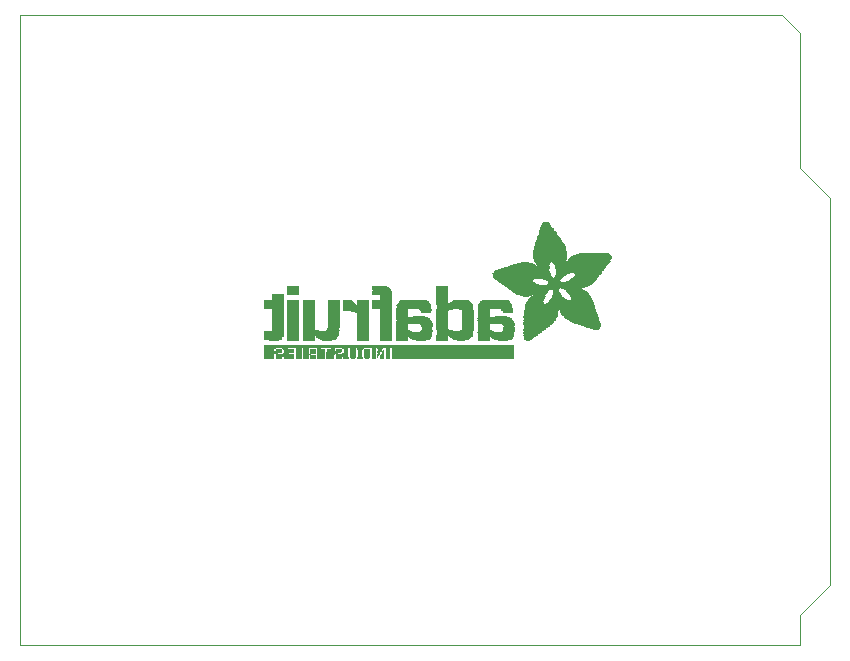
<source format=gbr>
G04 EAGLE Gerber RS-274X export*
G75*
%MOMM*%
%FSLAX34Y34*%
%LPD*%
%INSilkscreen Bottom*%
%IPPOS*%
%AMOC8*
5,1,8,0,0,1.08239X$1,22.5*%
G01*
%ADD10C,0.000000*%
%ADD11R,10.363200X0.025400*%
%ADD12R,0.406400X0.025400*%
%ADD13R,0.381000X0.025400*%
%ADD14R,0.457200X0.025400*%
%ADD15R,0.431800X0.025400*%
%ADD16R,0.635000X0.025400*%
%ADD17R,0.482600X0.025400*%
%ADD18R,0.889000X0.025400*%
%ADD19R,0.863600X0.025400*%
%ADD20R,0.508000X0.025400*%
%ADD21R,0.355600X0.025400*%
%ADD22R,0.025400X0.025400*%
%ADD23R,0.330200X0.025400*%
%ADD24R,0.050800X0.025400*%
%ADD25R,0.304800X0.025400*%
%ADD26R,0.076200X0.025400*%
%ADD27R,1.016000X0.025400*%
%ADD28R,1.524000X0.025400*%
%ADD29R,0.101600X0.025400*%
%ADD30R,0.279400X0.025400*%
%ADD31R,1.498600X0.025400*%
%ADD32R,0.254000X0.025400*%
%ADD33R,0.127000X0.025400*%
%ADD34R,0.965200X0.025400*%
%ADD35R,1.447800X0.025400*%
%ADD36R,0.228600X0.025400*%
%ADD37R,0.152400X0.025400*%
%ADD38R,0.812800X0.025400*%
%ADD39R,1.295400X0.025400*%
%ADD40R,0.533400X0.025400*%
%ADD41R,0.660400X0.025400*%
%ADD42R,0.609600X0.025400*%
%ADD43R,0.558800X0.025400*%
%ADD44R,0.203200X0.025400*%
%ADD45R,0.177800X0.025400*%
%ADD46R,0.914400X0.025400*%
%ADD47R,0.685800X0.025400*%
%ADD48R,0.939800X0.025400*%
%ADD49R,0.736600X0.025400*%
%ADD50R,0.990600X0.025400*%
%ADD51R,1.219200X0.025400*%
%ADD52R,1.117600X0.025400*%
%ADD53R,1.397000X0.025400*%
%ADD54R,1.244600X0.025400*%
%ADD55R,1.473200X0.025400*%
%ADD56R,0.584200X0.025400*%
%ADD57R,1.041400X0.025400*%
%ADD58R,21.209000X0.025400*%
%ADD59R,0.787400X0.025400*%
%ADD60R,1.193800X0.025400*%
%ADD61R,1.168400X0.025400*%
%ADD62R,1.092200X0.025400*%
%ADD63R,1.066800X0.025400*%
%ADD64R,1.143000X0.025400*%
%ADD65R,1.270000X0.025400*%
%ADD66R,1.320800X0.025400*%
%ADD67R,1.422400X0.025400*%
%ADD68R,1.549400X0.025400*%
%ADD69R,0.711200X0.025400*%
%ADD70R,1.625600X0.025400*%
%ADD71R,0.762000X0.025400*%
%ADD72R,1.701800X0.025400*%
%ADD73R,1.600200X0.025400*%
%ADD74R,1.727200X0.025400*%
%ADD75R,1.651000X0.025400*%
%ADD76R,0.838200X0.025400*%
%ADD77R,1.803400X0.025400*%
%ADD78R,1.574800X0.025400*%
%ADD79R,1.854200X0.025400*%
%ADD80R,1.778000X0.025400*%
%ADD81R,1.879600X0.025400*%
%ADD82R,1.930400X0.025400*%
%ADD83R,1.981200X0.025400*%
%ADD84R,1.905000X0.025400*%
%ADD85R,2.006600X0.025400*%
%ADD86R,3.048000X0.025400*%
%ADD87R,2.997200X0.025400*%
%ADD88R,2.057400X0.025400*%
%ADD89R,3.022600X0.025400*%
%ADD90R,2.032000X0.025400*%
%ADD91R,3.073400X0.025400*%
%ADD92R,1.676400X0.025400*%
%ADD93R,1.346200X0.025400*%
%ADD94R,3.098800X0.025400*%
%ADD95R,1.828800X0.025400*%
%ADD96R,2.082800X0.025400*%
%ADD97R,2.108200X0.025400*%
%ADD98R,2.159000X0.025400*%
%ADD99R,2.184400X0.025400*%
%ADD100R,2.235200X0.025400*%
%ADD101R,2.260600X0.025400*%
%ADD102R,2.311400X0.025400*%
%ADD103R,2.362200X0.025400*%
%ADD104R,2.387600X0.025400*%
%ADD105R,2.413000X0.025400*%
%ADD106R,2.438400X0.025400*%
%ADD107R,2.133600X0.025400*%
%ADD108R,2.463800X0.025400*%
%ADD109R,2.286000X0.025400*%
%ADD110R,2.514600X0.025400*%
%ADD111R,2.540000X0.025400*%
%ADD112R,2.565400X0.025400*%
%ADD113R,2.489200X0.025400*%
%ADD114R,2.590800X0.025400*%
%ADD115R,2.971800X0.025400*%
%ADD116R,2.616200X0.025400*%
%ADD117R,2.946400X0.025400*%
%ADD118R,2.641600X0.025400*%
%ADD119R,2.667000X0.025400*%
%ADD120R,2.921000X0.025400*%
%ADD121R,2.895600X0.025400*%
%ADD122R,2.717800X0.025400*%
%ADD123R,2.692400X0.025400*%
%ADD124R,2.870200X0.025400*%
%ADD125R,2.768600X0.025400*%
%ADD126R,2.743200X0.025400*%
%ADD127R,2.844800X0.025400*%
%ADD128R,2.794000X0.025400*%
%ADD129R,2.819400X0.025400*%
%ADD130R,1.371600X0.025400*%
%ADD131R,5.892800X0.025400*%
%ADD132R,5.867400X0.025400*%
%ADD133R,5.842000X0.025400*%
%ADD134R,5.816600X0.025400*%
%ADD135R,5.791200X0.025400*%
%ADD136R,4.114800X0.025400*%
%ADD137R,3.987800X0.025400*%
%ADD138R,1.955800X0.025400*%
%ADD139R,3.962400X0.025400*%
%ADD140R,3.911600X0.025400*%
%ADD141R,3.886200X0.025400*%
%ADD142R,3.835400X0.025400*%
%ADD143R,1.752600X0.025400*%
%ADD144R,3.810000X0.025400*%
%ADD145R,3.784600X0.025400*%
%ADD146R,3.733800X0.025400*%
%ADD147R,3.708400X0.025400*%
%ADD148R,3.683000X0.025400*%
%ADD149R,2.336800X0.025400*%
%ADD150R,3.657600X0.025400*%
%ADD151R,3.632200X0.025400*%
%ADD152R,3.149600X0.025400*%
%ADD153R,3.251200X0.025400*%
%ADD154R,3.276600X0.025400*%
%ADD155R,3.352800X0.025400*%
%ADD156R,3.454400X0.025400*%
%ADD157R,3.530600X0.025400*%
%ADD158R,4.241800X0.025400*%
%ADD159R,4.267200X0.025400*%
%ADD160R,4.318000X0.025400*%
%ADD161R,4.419600X0.025400*%
%ADD162R,6.400800X0.025400*%
%ADD163R,6.502400X0.025400*%
%ADD164R,6.680200X0.025400*%
%ADD165R,6.832600X0.025400*%
%ADD166R,6.858000X0.025400*%
%ADD167R,7.010400X0.025400*%
%ADD168R,7.112000X0.025400*%
%ADD169R,7.162800X0.025400*%
%ADD170R,3.860800X0.025400*%
%ADD171R,3.302000X0.025400*%
%ADD172R,2.209800X0.025400*%
%ADD173R,3.124200X0.025400*%
%ADD174R,3.200400X0.025400*%
%ADD175R,5.029200X0.025400*%
%ADD176R,5.003800X0.025400*%
%ADD177R,4.978400X0.025400*%
%ADD178R,4.953000X0.025400*%
%ADD179R,4.927600X0.025400*%
%ADD180R,4.902200X0.025400*%
%ADD181R,4.876800X0.025400*%
%ADD182R,4.851400X0.025400*%
%ADD183R,4.826000X0.025400*%
%ADD184R,4.800600X0.025400*%
%ADD185R,4.775200X0.025400*%
%ADD186R,4.749800X0.025400*%
%ADD187R,4.724400X0.025400*%
%ADD188R,4.699000X0.025400*%
%ADD189R,3.937000X0.025400*%
%ADD190R,4.648200X0.025400*%
%ADD191R,4.597400X0.025400*%
%ADD192R,4.546600X0.025400*%
%ADD193R,4.470400X0.025400*%
%ADD194R,4.013200X0.025400*%
%ADD195R,4.394200X0.025400*%
%ADD196R,4.038600X0.025400*%
%ADD197R,4.064000X0.025400*%
%ADD198R,4.089400X0.025400*%
%ADD199R,4.140200X0.025400*%
%ADD200R,4.165600X0.025400*%
%ADD201R,4.191000X0.025400*%
%ADD202R,3.759200X0.025400*%
%ADD203R,4.216400X0.025400*%
%ADD204R,3.606800X0.025400*%
%ADD205R,4.292600X0.025400*%
%ADD206R,4.368800X0.025400*%
%ADD207R,4.445000X0.025400*%
%ADD208R,4.495800X0.025400*%
%ADD209R,4.572000X0.025400*%
%ADD210R,4.622800X0.025400*%
%ADD211R,4.673600X0.025400*%
%ADD212R,3.581400X0.025400*%
%ADD213R,3.556000X0.025400*%
%ADD214R,3.479800X0.025400*%
%ADD215R,3.403600X0.025400*%
%ADD216R,3.378200X0.025400*%
%ADD217R,3.225800X0.025400*%


D10*
X0Y0D02*
X660400Y0D01*
X660400Y25400D01*
X685800Y50800D01*
X685800Y378460D01*
X660400Y403860D01*
X660400Y518160D01*
X645160Y533400D01*
X0Y533400D01*
X0Y0D01*
D11*
X366649Y242570D03*
D12*
X311277Y242570D03*
X305943Y242570D03*
D13*
X299212Y242570D03*
D12*
X293751Y242570D03*
D14*
X287655Y242570D03*
D13*
X281432Y242570D03*
D15*
X275590Y242570D03*
D14*
X269621Y242570D03*
D16*
X262636Y242570D03*
X254762Y242570D03*
D17*
X247650Y242570D03*
D15*
X241554Y242570D03*
X235712Y242570D03*
D18*
X227330Y242570D03*
D14*
X219075Y242570D03*
D18*
X210820Y242570D03*
D11*
X366649Y242824D03*
D12*
X311277Y242824D03*
D13*
X306070Y242824D03*
X299212Y242824D03*
D14*
X293497Y242824D03*
D15*
X287528Y242824D03*
D14*
X281559Y242824D03*
D15*
X275590Y242824D03*
D14*
X269621Y242824D03*
D16*
X262636Y242824D03*
X254762Y242824D03*
D17*
X247650Y242824D03*
D15*
X241554Y242824D03*
X235712Y242824D03*
D18*
X227330Y242824D03*
D17*
X219202Y242824D03*
D18*
X210820Y242824D03*
D11*
X366649Y243078D03*
D12*
X311277Y243078D03*
D13*
X306070Y243078D03*
X299212Y243078D03*
D17*
X293370Y243078D03*
D12*
X287401Y243078D03*
D17*
X281432Y243078D03*
D15*
X275590Y243078D03*
D17*
X269748Y243078D03*
D16*
X262636Y243078D03*
X254762Y243078D03*
D17*
X247650Y243078D03*
D15*
X241554Y243078D03*
X235712Y243078D03*
D19*
X227457Y243078D03*
D20*
X219075Y243078D03*
D18*
X210820Y243078D03*
D11*
X366649Y243332D03*
D12*
X311277Y243332D03*
D21*
X306197Y243332D03*
D13*
X299212Y243332D03*
D17*
X293370Y243332D03*
D12*
X287401Y243332D03*
D17*
X281432Y243332D03*
D13*
X275590Y243332D03*
D17*
X269748Y243332D03*
D16*
X262636Y243332D03*
X254762Y243332D03*
D17*
X247650Y243332D03*
D15*
X241554Y243332D03*
X235712Y243332D03*
D19*
X227457Y243332D03*
D20*
X219075Y243332D03*
D18*
X210820Y243332D03*
D11*
X366649Y243586D03*
D12*
X311277Y243586D03*
D21*
X306197Y243586D03*
D22*
X302768Y243586D03*
D13*
X299212Y243586D03*
D17*
X293370Y243586D03*
D12*
X287401Y243586D03*
D17*
X281432Y243586D03*
D13*
X275590Y243586D03*
D17*
X269748Y243586D03*
D16*
X262636Y243586D03*
X254762Y243586D03*
D17*
X247650Y243586D03*
D15*
X241554Y243586D03*
X235712Y243586D03*
D19*
X227457Y243586D03*
D20*
X219075Y243586D03*
D18*
X210820Y243586D03*
D11*
X366649Y243840D03*
D12*
X311277Y243840D03*
D23*
X306324Y243840D03*
D24*
X302895Y243840D03*
D13*
X299212Y243840D03*
D17*
X293370Y243840D03*
D12*
X287401Y243840D03*
D17*
X281432Y243840D03*
D13*
X275590Y243840D03*
D17*
X269748Y243840D03*
D16*
X262636Y243840D03*
X254762Y243840D03*
D14*
X247777Y243840D03*
D15*
X241554Y243840D03*
X235712Y243840D03*
D19*
X227457Y243840D03*
D20*
X219075Y243840D03*
D19*
X210693Y243840D03*
D11*
X366649Y244094D03*
D12*
X311277Y244094D03*
D23*
X306324Y244094D03*
D24*
X302895Y244094D03*
D13*
X299212Y244094D03*
D17*
X293370Y244094D03*
D12*
X287401Y244094D03*
D17*
X281432Y244094D03*
D13*
X275590Y244094D03*
D17*
X269748Y244094D03*
D16*
X262636Y244094D03*
X254762Y244094D03*
D14*
X247777Y244094D03*
D15*
X241554Y244094D03*
X235712Y244094D03*
D19*
X227457Y244094D03*
D20*
X219075Y244094D03*
D19*
X210693Y244094D03*
D11*
X366649Y244348D03*
D12*
X311277Y244348D03*
D25*
X306451Y244348D03*
D26*
X303022Y244348D03*
D13*
X299212Y244348D03*
D17*
X293370Y244348D03*
D12*
X287401Y244348D03*
D17*
X281432Y244348D03*
D27*
X272415Y244348D03*
D16*
X262636Y244348D03*
X254762Y244348D03*
D14*
X247777Y244348D03*
X241681Y244348D03*
D15*
X235712Y244348D03*
D28*
X224155Y244348D03*
D19*
X210693Y244348D03*
D11*
X366649Y244602D03*
D12*
X311277Y244602D03*
D25*
X306451Y244602D03*
D29*
X303149Y244602D03*
D13*
X299212Y244602D03*
D17*
X293370Y244602D03*
D13*
X287274Y244602D03*
D17*
X281432Y244602D03*
D27*
X272415Y244602D03*
D16*
X262636Y244602D03*
X254762Y244602D03*
D14*
X247777Y244602D03*
X241681Y244602D03*
D15*
X235712Y244602D03*
D28*
X224155Y244602D03*
D18*
X210820Y244602D03*
D11*
X366649Y244856D03*
D12*
X311277Y244856D03*
D30*
X306578Y244856D03*
D29*
X303149Y244856D03*
D13*
X299212Y244856D03*
D20*
X293243Y244856D03*
D13*
X287274Y244856D03*
D17*
X281432Y244856D03*
D27*
X272415Y244856D03*
D16*
X262636Y244856D03*
X254762Y244856D03*
D14*
X247777Y244856D03*
X241681Y244856D03*
D15*
X235712Y244856D03*
D31*
X224282Y244856D03*
D18*
X210820Y244856D03*
D11*
X366649Y245110D03*
D12*
X311277Y245110D03*
D30*
X306578Y245110D03*
D29*
X303149Y245110D03*
D13*
X299212Y245110D03*
D20*
X293243Y245110D03*
D13*
X287274Y245110D03*
D17*
X281432Y245110D03*
D27*
X272415Y245110D03*
D16*
X262636Y245110D03*
X254762Y245110D03*
D15*
X247904Y245110D03*
D17*
X241808Y245110D03*
D15*
X235712Y245110D03*
D31*
X224282Y245110D03*
D18*
X210820Y245110D03*
D11*
X366649Y245364D03*
D12*
X311277Y245364D03*
D32*
X306705Y245364D03*
D33*
X303276Y245364D03*
D13*
X299212Y245364D03*
D20*
X293243Y245364D03*
D13*
X287274Y245364D03*
D17*
X281432Y245364D03*
D34*
X272669Y245364D03*
D16*
X262636Y245364D03*
X254762Y245364D03*
D17*
X241808Y245364D03*
D15*
X235712Y245364D03*
D35*
X224536Y245364D03*
D18*
X210820Y245364D03*
D11*
X366649Y245618D03*
D12*
X311277Y245618D03*
D36*
X306832Y245618D03*
D37*
X303403Y245618D03*
D13*
X299212Y245618D03*
D20*
X293243Y245618D03*
D13*
X287274Y245618D03*
D17*
X281432Y245618D03*
D38*
X273431Y245618D03*
D16*
X262636Y245618D03*
X254762Y245618D03*
D20*
X241935Y245618D03*
D15*
X235712Y245618D03*
D39*
X225298Y245618D03*
D18*
X210820Y245618D03*
D11*
X366649Y245872D03*
D12*
X311277Y245872D03*
D36*
X306832Y245872D03*
D37*
X303403Y245872D03*
D13*
X299212Y245872D03*
D20*
X293243Y245872D03*
D13*
X287274Y245872D03*
D17*
X281432Y245872D03*
D40*
X274828Y245872D03*
D41*
X262763Y245872D03*
D16*
X254762Y245872D03*
D42*
X242443Y245872D03*
D15*
X235712Y245872D03*
D43*
X224409Y245872D03*
D18*
X210820Y245872D03*
D11*
X366649Y246126D03*
D12*
X311277Y246126D03*
D44*
X306959Y246126D03*
D45*
X303530Y246126D03*
D13*
X299212Y246126D03*
D20*
X293243Y246126D03*
D13*
X287274Y246126D03*
D17*
X281432Y246126D03*
D14*
X275209Y246126D03*
D41*
X262763Y246126D03*
D16*
X254762Y246126D03*
D43*
X242189Y246126D03*
D15*
X235712Y246126D03*
D17*
X224790Y246126D03*
D46*
X210947Y246126D03*
D11*
X366649Y246380D03*
D12*
X311277Y246380D03*
D44*
X306959Y246380D03*
D45*
X303530Y246380D03*
D13*
X299212Y246380D03*
D20*
X293243Y246380D03*
D13*
X287274Y246380D03*
D17*
X281432Y246380D03*
D14*
X275209Y246380D03*
D47*
X262890Y246380D03*
D16*
X254762Y246380D03*
D20*
X241935Y246380D03*
D15*
X235712Y246380D03*
D17*
X224790Y246380D03*
D48*
X211074Y246380D03*
D11*
X366649Y246634D03*
D12*
X311277Y246634D03*
D45*
X307086Y246634D03*
X303530Y246634D03*
D13*
X299212Y246634D03*
D20*
X293243Y246634D03*
D13*
X287274Y246634D03*
D17*
X281432Y246634D03*
D15*
X275336Y246634D03*
D49*
X263144Y246634D03*
D16*
X254762Y246634D03*
D12*
X248031Y246634D03*
D17*
X241808Y246634D03*
D15*
X235712Y246634D03*
D14*
X224917Y246634D03*
D50*
X211328Y246634D03*
D11*
X366649Y246888D03*
D12*
X311277Y246888D03*
D45*
X307086Y246888D03*
D44*
X303657Y246888D03*
D13*
X299212Y246888D03*
D20*
X293243Y246888D03*
D13*
X287274Y246888D03*
D17*
X281432Y246888D03*
D12*
X275463Y246888D03*
D34*
X264287Y246888D03*
D16*
X254762Y246888D03*
D14*
X247777Y246888D03*
X241681Y246888D03*
D15*
X235712Y246888D03*
D14*
X224917Y246888D03*
D51*
X212471Y246888D03*
D11*
X366649Y247142D03*
D12*
X311277Y247142D03*
D37*
X307213Y247142D03*
D36*
X303784Y247142D03*
D13*
X299212Y247142D03*
D20*
X293243Y247142D03*
D13*
X287274Y247142D03*
D17*
X281432Y247142D03*
D12*
X275463Y247142D03*
D52*
X265049Y247142D03*
D16*
X254762Y247142D03*
D14*
X247777Y247142D03*
X241681Y247142D03*
D15*
X235712Y247142D03*
D46*
X227203Y247142D03*
D53*
X213360Y247142D03*
D11*
X366649Y247396D03*
D12*
X311277Y247396D03*
D37*
X307213Y247396D03*
D36*
X303784Y247396D03*
D13*
X299212Y247396D03*
D20*
X293243Y247396D03*
D13*
X287274Y247396D03*
D17*
X281432Y247396D03*
D12*
X275463Y247396D03*
D54*
X265684Y247396D03*
D16*
X254762Y247396D03*
D17*
X247650Y247396D03*
D15*
X241554Y247396D03*
X235712Y247396D03*
D18*
X227330Y247396D03*
D55*
X213741Y247396D03*
D11*
X366649Y247650D03*
D12*
X311277Y247650D03*
D33*
X307340Y247650D03*
D32*
X303911Y247650D03*
D13*
X299212Y247650D03*
D17*
X293370Y247650D03*
D13*
X287274Y247650D03*
D17*
X281432Y247650D03*
D12*
X275463Y247650D03*
D54*
X265684Y247650D03*
D16*
X254762Y247650D03*
D17*
X247650Y247650D03*
D15*
X241554Y247650D03*
X235712Y247650D03*
D18*
X227330Y247650D03*
D31*
X213868Y247650D03*
D11*
X366649Y247904D03*
D12*
X311277Y247904D03*
D33*
X307340Y247904D03*
D32*
X303911Y247904D03*
D13*
X299212Y247904D03*
D17*
X293370Y247904D03*
D13*
X287274Y247904D03*
D17*
X281432Y247904D03*
D12*
X275463Y247904D03*
D54*
X265684Y247904D03*
D16*
X254762Y247904D03*
D17*
X247650Y247904D03*
D15*
X241554Y247904D03*
X235712Y247904D03*
D18*
X227330Y247904D03*
D31*
X213868Y247904D03*
D11*
X366649Y248158D03*
D12*
X311277Y248158D03*
D29*
X307467Y248158D03*
D30*
X304038Y248158D03*
D13*
X299212Y248158D03*
D17*
X293370Y248158D03*
D12*
X287401Y248158D03*
D17*
X281432Y248158D03*
D12*
X275463Y248158D03*
D54*
X265684Y248158D03*
D16*
X254762Y248158D03*
D17*
X247650Y248158D03*
D15*
X241554Y248158D03*
X235712Y248158D03*
D18*
X227330Y248158D03*
D31*
X213868Y248158D03*
D11*
X366649Y248412D03*
D12*
X311277Y248412D03*
D29*
X307467Y248412D03*
D30*
X304038Y248412D03*
D13*
X299212Y248412D03*
D17*
X293370Y248412D03*
D12*
X287401Y248412D03*
D17*
X281432Y248412D03*
D12*
X275463Y248412D03*
D54*
X265684Y248412D03*
D16*
X254762Y248412D03*
D17*
X247650Y248412D03*
D15*
X241554Y248412D03*
X235712Y248412D03*
D18*
X227330Y248412D03*
D31*
X213868Y248412D03*
D11*
X366649Y248666D03*
D12*
X311277Y248666D03*
D26*
X307594Y248666D03*
D25*
X304165Y248666D03*
D13*
X299212Y248666D03*
D17*
X293370Y248666D03*
D12*
X287401Y248666D03*
D17*
X281432Y248666D03*
D12*
X275463Y248666D03*
D14*
X269621Y248666D03*
D41*
X262763Y248666D03*
D16*
X254762Y248666D03*
D17*
X247650Y248666D03*
D15*
X241554Y248666D03*
X235712Y248666D03*
D18*
X227330Y248666D03*
D14*
X219075Y248666D03*
D18*
X210820Y248666D03*
D11*
X366649Y248920D03*
D12*
X311277Y248920D03*
D26*
X307594Y248920D03*
D25*
X304165Y248920D03*
D13*
X299212Y248920D03*
D17*
X293370Y248920D03*
D12*
X287401Y248920D03*
D17*
X281432Y248920D03*
D12*
X275463Y248920D03*
D15*
X269748Y248920D03*
D41*
X262763Y248920D03*
D16*
X254762Y248920D03*
D17*
X247650Y248920D03*
D15*
X241554Y248920D03*
X235712Y248920D03*
D18*
X227330Y248920D03*
D14*
X219075Y248920D03*
D18*
X210820Y248920D03*
D11*
X366649Y249174D03*
D12*
X311277Y249174D03*
D26*
X307594Y249174D03*
D23*
X304292Y249174D03*
D13*
X299212Y249174D03*
D17*
X293370Y249174D03*
D12*
X287401Y249174D03*
D17*
X281432Y249174D03*
D12*
X275463Y249174D03*
D15*
X269748Y249174D03*
D41*
X262763Y249174D03*
D16*
X254762Y249174D03*
D17*
X247650Y249174D03*
D15*
X241554Y249174D03*
X235712Y249174D03*
D18*
X227330Y249174D03*
D14*
X219075Y249174D03*
D18*
X210820Y249174D03*
D11*
X366649Y249428D03*
D12*
X311277Y249428D03*
D21*
X304419Y249428D03*
D13*
X299212Y249428D03*
D17*
X293370Y249428D03*
D12*
X287401Y249428D03*
D17*
X281432Y249428D03*
D12*
X275463Y249428D03*
D15*
X269748Y249428D03*
D41*
X262763Y249428D03*
D16*
X254762Y249428D03*
D17*
X247650Y249428D03*
D15*
X241554Y249428D03*
X235712Y249428D03*
D18*
X227330Y249428D03*
D14*
X219075Y249428D03*
D18*
X210820Y249428D03*
D11*
X366649Y249682D03*
D12*
X311277Y249682D03*
D21*
X304419Y249682D03*
D13*
X299212Y249682D03*
D14*
X293497Y249682D03*
D15*
X287528Y249682D03*
D17*
X281432Y249682D03*
D12*
X275463Y249682D03*
D15*
X269748Y249682D03*
D41*
X262763Y249682D03*
D16*
X254762Y249682D03*
D14*
X247777Y249682D03*
D15*
X241554Y249682D03*
X235712Y249682D03*
D18*
X227330Y249682D03*
D14*
X219075Y249682D03*
D18*
X210820Y249682D03*
D11*
X366649Y249936D03*
D12*
X311277Y249936D03*
D21*
X304419Y249936D03*
D13*
X299212Y249936D03*
D15*
X293624Y249936D03*
X287528Y249936D03*
D17*
X281432Y249936D03*
D12*
X275463Y249936D03*
D15*
X269748Y249936D03*
D41*
X262763Y249936D03*
D16*
X254762Y249936D03*
D14*
X247777Y249936D03*
D15*
X241554Y249936D03*
X235712Y249936D03*
D46*
X227203Y249936D03*
D14*
X219075Y249936D03*
D18*
X210820Y249936D03*
D11*
X366649Y250190D03*
D12*
X311277Y250190D03*
D13*
X304546Y250190D03*
X299212Y250190D03*
D14*
X287655Y250190D03*
D17*
X281432Y250190D03*
D12*
X275463Y250190D03*
D25*
X264541Y250190D03*
X253111Y250190D03*
D14*
X241681Y250190D03*
D15*
X235712Y250190D03*
D13*
X224536Y250190D03*
D46*
X210947Y250190D03*
D11*
X366649Y250444D03*
D12*
X311277Y250444D03*
X304673Y250444D03*
D13*
X299212Y250444D03*
D14*
X287655Y250444D03*
D17*
X281432Y250444D03*
D15*
X275336Y250444D03*
D25*
X264541Y250444D03*
X253111Y250444D03*
D17*
X241808Y250444D03*
D15*
X235712Y250444D03*
D13*
X224536Y250444D03*
D46*
X210947Y250444D03*
D11*
X366649Y250698D03*
D12*
X311277Y250698D03*
X304673Y250698D03*
D13*
X299212Y250698D03*
D17*
X287782Y250698D03*
X281432Y250698D03*
D15*
X275336Y250698D03*
D23*
X264668Y250698D03*
D25*
X253111Y250698D03*
D17*
X241808Y250698D03*
D15*
X235712Y250698D03*
D13*
X224536Y250698D03*
D48*
X211074Y250698D03*
D11*
X366649Y250952D03*
D12*
X311277Y250952D03*
D15*
X304800Y250952D03*
D13*
X299212Y250952D03*
D40*
X288036Y250952D03*
D17*
X281432Y250952D03*
D14*
X275209Y250952D03*
D21*
X264795Y250952D03*
D25*
X253111Y250952D03*
D20*
X241935Y250952D03*
D15*
X235712Y250952D03*
D12*
X224409Y250952D03*
D48*
X211074Y250952D03*
D11*
X366649Y251206D03*
D12*
X311277Y251206D03*
D15*
X304800Y251206D03*
D13*
X299212Y251206D03*
D56*
X288290Y251206D03*
D17*
X281432Y251206D03*
D20*
X274955Y251206D03*
D13*
X264922Y251206D03*
D25*
X253111Y251206D03*
D40*
X242062Y251206D03*
D15*
X235712Y251206D03*
D14*
X224155Y251206D03*
D50*
X211328Y251206D03*
D11*
X366649Y251460D03*
D12*
X311277Y251460D03*
D14*
X304927Y251460D03*
D13*
X299212Y251460D03*
D41*
X288671Y251460D03*
D17*
X281432Y251460D03*
D43*
X274701Y251460D03*
D15*
X265176Y251460D03*
D25*
X253111Y251460D03*
D56*
X242316Y251460D03*
D15*
X235712Y251460D03*
D20*
X223901Y251460D03*
D57*
X211582Y251460D03*
D58*
X312420Y251714D03*
X312420Y251968D03*
X312420Y252222D03*
X312420Y252476D03*
X312420Y252730D03*
X312420Y252984D03*
D26*
X430276Y257556D03*
D25*
X215265Y257556D03*
X430149Y257810D03*
D18*
X408432Y257810D03*
D34*
X392303Y257810D03*
D49*
X372872Y257810D03*
D48*
X357378Y257810D03*
D18*
X339090Y257810D03*
D34*
X323215Y257810D03*
X310007Y257810D03*
X290195Y257810D03*
D59*
X260096Y257810D03*
D34*
X244221Y257810D03*
X231267Y257810D03*
D38*
X214757Y257810D03*
D12*
X430149Y258064D03*
D60*
X408432Y258064D03*
D34*
X392303Y258064D03*
D57*
X373126Y258064D03*
D48*
X357378Y258064D03*
D61*
X339217Y258064D03*
D34*
X323215Y258064D03*
X310007Y258064D03*
X290195Y258064D03*
D62*
X260096Y258064D03*
D34*
X244221Y258064D03*
X231267Y258064D03*
D63*
X214249Y258064D03*
D14*
X430149Y258318D03*
D54*
X408432Y258318D03*
D34*
X392303Y258318D03*
D64*
X373126Y258318D03*
D48*
X357378Y258318D03*
D54*
X339090Y258318D03*
D34*
X323215Y258318D03*
X310007Y258318D03*
X290195Y258318D03*
D61*
X260223Y258318D03*
D34*
X244221Y258318D03*
X231267Y258318D03*
D61*
X214249Y258318D03*
D40*
X430276Y258572D03*
D53*
X408432Y258572D03*
D34*
X392303Y258572D03*
D65*
X373253Y258572D03*
D48*
X357378Y258572D03*
D53*
X339090Y258572D03*
D34*
X323215Y258572D03*
X310007Y258572D03*
X290195Y258572D03*
D66*
X260223Y258572D03*
D34*
X244221Y258572D03*
X231267Y258572D03*
D66*
X213995Y258572D03*
D42*
X430149Y258826D03*
D31*
X408432Y258826D03*
D34*
X392303Y258826D03*
D53*
X373380Y258826D03*
D48*
X357378Y258826D03*
D31*
X339090Y258826D03*
D34*
X323215Y258826D03*
X310007Y258826D03*
X290195Y258826D03*
D67*
X260223Y258826D03*
D34*
X244221Y258826D03*
X231267Y258826D03*
D55*
X213741Y258826D03*
D41*
X430403Y259080D03*
D28*
X408305Y259080D03*
D34*
X392303Y259080D03*
D67*
X373253Y259080D03*
D48*
X357378Y259080D03*
D68*
X339090Y259080D03*
D34*
X323215Y259080D03*
X310007Y259080D03*
X290195Y259080D03*
D55*
X260223Y259080D03*
D34*
X244221Y259080D03*
X231267Y259080D03*
D55*
X213741Y259080D03*
D69*
X430403Y259334D03*
D70*
X408305Y259334D03*
D34*
X392303Y259334D03*
D28*
X373253Y259334D03*
D48*
X357378Y259334D03*
D70*
X338963Y259334D03*
D34*
X323215Y259334D03*
X310007Y259334D03*
X290195Y259334D03*
D68*
X260096Y259334D03*
D34*
X244221Y259334D03*
X231267Y259334D03*
D28*
X213995Y259334D03*
D71*
X430657Y259588D03*
D72*
X408178Y259588D03*
D34*
X392303Y259588D03*
D73*
X373126Y259588D03*
D48*
X357378Y259588D03*
D72*
X338836Y259588D03*
D34*
X323215Y259588D03*
X310007Y259588D03*
X290195Y259588D03*
D73*
X260096Y259588D03*
D34*
X244221Y259588D03*
X231267Y259588D03*
D68*
X214122Y259588D03*
D38*
X430657Y259842D03*
D74*
X408051Y259842D03*
D34*
X392303Y259842D03*
D75*
X373126Y259842D03*
D48*
X357378Y259842D03*
D74*
X338963Y259842D03*
D34*
X323215Y259842D03*
X310007Y259842D03*
X290195Y259842D03*
D75*
X260096Y259842D03*
D34*
X244221Y259842D03*
X231267Y259842D03*
D68*
X214122Y259842D03*
D76*
X430784Y260096D03*
D77*
X408178Y260096D03*
D34*
X392303Y260096D03*
D72*
X373126Y260096D03*
D48*
X357378Y260096D03*
D77*
X338836Y260096D03*
D34*
X323215Y260096D03*
X310007Y260096D03*
X290195Y260096D03*
D72*
X260096Y260096D03*
D34*
X244221Y260096D03*
X231267Y260096D03*
D78*
X214249Y260096D03*
D46*
X430911Y260350D03*
D79*
X407924Y260350D03*
D34*
X392303Y260350D03*
D80*
X372999Y260350D03*
D48*
X357378Y260350D03*
D79*
X338582Y260350D03*
D34*
X323215Y260350D03*
X310007Y260350D03*
X290195Y260350D03*
D80*
X259969Y260350D03*
D34*
X244221Y260350D03*
X231267Y260350D03*
D73*
X214376Y260350D03*
D46*
X430911Y260604D03*
D81*
X407797Y260604D03*
D34*
X392303Y260604D03*
D80*
X372999Y260604D03*
D48*
X357378Y260604D03*
D81*
X338455Y260604D03*
D34*
X323215Y260604D03*
X310007Y260604D03*
X290195Y260604D03*
D77*
X259842Y260604D03*
D34*
X244221Y260604D03*
X231267Y260604D03*
D73*
X214376Y260604D03*
D34*
X431165Y260858D03*
D82*
X407797Y260858D03*
D34*
X392303Y260858D03*
D79*
X372872Y260858D03*
D48*
X357378Y260858D03*
D82*
X338455Y260858D03*
D34*
X323215Y260858D03*
X310007Y260858D03*
X290195Y260858D03*
D79*
X259842Y260858D03*
D34*
X244221Y260858D03*
X231267Y260858D03*
D70*
X214503Y260858D03*
D27*
X431419Y261112D03*
D83*
X407543Y261112D03*
D34*
X392303Y261112D03*
D84*
X372872Y261112D03*
D48*
X357378Y261112D03*
D85*
X338328Y261112D03*
D34*
X323215Y261112D03*
X310007Y261112D03*
X290195Y261112D03*
D84*
X259588Y261112D03*
D34*
X244221Y261112D03*
X231267Y261112D03*
D70*
X214503Y261112D03*
D57*
X431546Y261366D03*
D85*
X407670Y261366D03*
D34*
X392303Y261366D03*
D83*
X372745Y261366D03*
D48*
X357378Y261366D03*
D85*
X338328Y261366D03*
D34*
X323215Y261366D03*
X310007Y261366D03*
X290195Y261366D03*
D82*
X259715Y261366D03*
D34*
X244221Y261366D03*
X231267Y261366D03*
D70*
X214503Y261366D03*
D62*
X431800Y261620D03*
D86*
X402717Y261620D03*
D85*
X372618Y261620D03*
D48*
X357378Y261620D03*
D87*
X333375Y261620D03*
D34*
X310007Y261620D03*
X290195Y261620D03*
D83*
X259461Y261620D03*
D34*
X244221Y261620D03*
X231267Y261620D03*
D70*
X214503Y261620D03*
D52*
X431927Y261874D03*
D86*
X402717Y261874D03*
D88*
X372618Y261874D03*
D48*
X357378Y261874D03*
D89*
X333502Y261874D03*
D34*
X310007Y261874D03*
X290195Y261874D03*
D90*
X259461Y261874D03*
D34*
X244221Y261874D03*
X231267Y261874D03*
D75*
X214630Y261874D03*
D64*
X432054Y262128D03*
D86*
X402717Y262128D03*
D89*
X367792Y262128D03*
X333502Y262128D03*
D34*
X310007Y262128D03*
X290195Y262128D03*
D89*
X254508Y262128D03*
D34*
X231267Y262128D03*
D75*
X214630Y262128D03*
D60*
X432308Y262382D03*
D86*
X402717Y262382D03*
D89*
X367792Y262382D03*
X333502Y262382D03*
D34*
X310007Y262382D03*
X290195Y262382D03*
D89*
X254508Y262382D03*
D34*
X231267Y262382D03*
D75*
X214630Y262382D03*
D60*
X432308Y262636D03*
D86*
X402717Y262636D03*
D89*
X367792Y262636D03*
X333502Y262636D03*
D34*
X310007Y262636D03*
X290195Y262636D03*
D89*
X254508Y262636D03*
D34*
X231267Y262636D03*
D75*
X214630Y262636D03*
D54*
X432562Y262890D03*
D91*
X402844Y262890D03*
D86*
X367919Y262890D03*
X333629Y262890D03*
D34*
X310007Y262890D03*
X290195Y262890D03*
D86*
X254635Y262890D03*
D34*
X231267Y262890D03*
D75*
X214630Y262890D03*
D39*
X432816Y263144D03*
D91*
X402844Y263144D03*
X368046Y263144D03*
D86*
X333629Y263144D03*
D34*
X310007Y263144D03*
X290195Y263144D03*
D86*
X254635Y263144D03*
D34*
X231267Y263144D03*
D92*
X214757Y263144D03*
D66*
X432943Y263398D03*
D91*
X402844Y263398D03*
X368046Y263398D03*
D86*
X333629Y263398D03*
D34*
X310007Y263398D03*
X290195Y263398D03*
D86*
X254635Y263398D03*
D34*
X231267Y263398D03*
D92*
X214757Y263398D03*
D93*
X433070Y263652D03*
D91*
X402844Y263652D03*
X368046Y263652D03*
D86*
X333629Y263652D03*
D34*
X310007Y263652D03*
X290195Y263652D03*
D86*
X254635Y263652D03*
D34*
X231267Y263652D03*
D92*
X214757Y263652D03*
D53*
X433324Y263906D03*
D91*
X402844Y263906D03*
X368046Y263906D03*
X333756Y263906D03*
D34*
X310007Y263906D03*
X290195Y263906D03*
D86*
X254635Y263906D03*
D34*
X231267Y263906D03*
D92*
X214757Y263906D03*
D67*
X433451Y264160D03*
D91*
X402844Y264160D03*
X368046Y264160D03*
X333756Y264160D03*
D34*
X310007Y264160D03*
X290195Y264160D03*
D86*
X254635Y264160D03*
D34*
X231267Y264160D03*
D92*
X214757Y264160D03*
D35*
X433578Y264414D03*
D91*
X402844Y264414D03*
D94*
X368173Y264414D03*
D91*
X333756Y264414D03*
D34*
X310007Y264414D03*
X290195Y264414D03*
D86*
X254635Y264414D03*
D34*
X231267Y264414D03*
D92*
X214757Y264414D03*
D31*
X433832Y264668D03*
D63*
X412877Y264668D03*
D35*
X394716Y264668D03*
D94*
X368173Y264668D03*
D63*
X343789Y264668D03*
D67*
X325501Y264668D03*
D34*
X310007Y264668D03*
X290195Y264668D03*
D86*
X254635Y264668D03*
D34*
X231267Y264668D03*
D92*
X214757Y264668D03*
D28*
X433959Y264922D03*
D27*
X413131Y264922D03*
D93*
X394208Y264922D03*
D94*
X368173Y264922D03*
D57*
X343916Y264922D03*
D93*
X325120Y264922D03*
D34*
X310007Y264922D03*
X290195Y264922D03*
D86*
X254635Y264922D03*
D34*
X231267Y264922D03*
D92*
X214757Y264922D03*
D68*
X434086Y265176D03*
D50*
X413512Y265176D03*
D54*
X393700Y265176D03*
D94*
X368173Y265176D03*
D50*
X344170Y265176D03*
D51*
X324485Y265176D03*
D34*
X310007Y265176D03*
X290195Y265176D03*
D91*
X254762Y265176D03*
D34*
X231267Y265176D03*
D92*
X214757Y265176D03*
D73*
X434340Y265430D03*
D34*
X413639Y265430D03*
D61*
X393319Y265430D03*
D94*
X368173Y265430D03*
D34*
X344297Y265430D03*
D64*
X324104Y265430D03*
D34*
X310007Y265430D03*
X290195Y265430D03*
D91*
X254762Y265430D03*
D34*
X231267Y265430D03*
D52*
X217551Y265430D03*
D70*
X434467Y265684D03*
D34*
X413639Y265684D03*
D64*
X393192Y265684D03*
X377952Y265684D03*
D66*
X359283Y265684D03*
D34*
X344297Y265684D03*
D52*
X323977Y265684D03*
D34*
X310007Y265684D03*
X290195Y265684D03*
D64*
X264414Y265684D03*
D66*
X245999Y265684D03*
D34*
X231267Y265684D03*
D57*
X217932Y265684D03*
D75*
X434594Y265938D03*
D48*
X413766Y265938D03*
D63*
X392811Y265938D03*
D57*
X378460Y265938D03*
D60*
X358648Y265938D03*
D48*
X344424Y265938D03*
D57*
X323596Y265938D03*
D34*
X310007Y265938D03*
X290195Y265938D03*
D63*
X264795Y265938D03*
D51*
X245491Y265938D03*
D34*
X231267Y265938D03*
D27*
X218059Y265938D03*
D72*
X434848Y266192D03*
D48*
X413766Y266192D03*
D27*
X392557Y266192D03*
X378587Y266192D03*
D62*
X358140Y266192D03*
D48*
X344424Y266192D03*
D50*
X323342Y266192D03*
D34*
X310007Y266192D03*
X290195Y266192D03*
D57*
X264922Y266192D03*
D52*
X244983Y266192D03*
D34*
X231267Y266192D03*
D50*
X218186Y266192D03*
D74*
X434975Y266446D03*
D48*
X413766Y266446D03*
D34*
X392303Y266446D03*
D27*
X378841Y266446D03*
D63*
X358013Y266446D03*
D48*
X344424Y266446D03*
D34*
X323215Y266446D03*
X310007Y266446D03*
X290195Y266446D03*
D27*
X265049Y266446D03*
D63*
X244729Y266446D03*
D34*
X231267Y266446D03*
D50*
X218186Y266446D03*
D45*
X487680Y266700D03*
D80*
X435229Y266700D03*
D48*
X413766Y266700D03*
D34*
X392303Y266700D03*
D27*
X378841Y266700D03*
D50*
X357632Y266700D03*
D46*
X344551Y266700D03*
D34*
X323215Y266700D03*
X310007Y266700D03*
X290195Y266700D03*
D27*
X265049Y266700D03*
D50*
X244348Y266700D03*
D34*
X231267Y266700D03*
D50*
X218186Y266700D03*
D13*
X487426Y266954D03*
D77*
X435356Y266954D03*
D48*
X413766Y266954D03*
D34*
X392303Y266954D03*
D50*
X378968Y266954D03*
D48*
X357378Y266954D03*
D46*
X344551Y266954D03*
D34*
X323215Y266954D03*
X310007Y266954D03*
X290195Y266954D03*
D50*
X265176Y266954D03*
D34*
X244221Y266954D03*
X231267Y266954D03*
X218313Y266954D03*
D14*
X487553Y267208D03*
D95*
X435483Y267208D03*
D48*
X413766Y267208D03*
D34*
X392303Y267208D03*
D50*
X378968Y267208D03*
D48*
X357378Y267208D03*
D46*
X344551Y267208D03*
D34*
X323215Y267208D03*
X310007Y267208D03*
X290195Y267208D03*
D50*
X265176Y267208D03*
D34*
X244221Y267208D03*
X231267Y267208D03*
X218313Y267208D03*
D56*
X487172Y267462D03*
D81*
X435737Y267462D03*
D48*
X413766Y267462D03*
D34*
X392303Y267462D03*
D50*
X378968Y267462D03*
D48*
X357378Y267462D03*
D46*
X344551Y267462D03*
D34*
X323215Y267462D03*
X310007Y267462D03*
X290195Y267462D03*
D50*
X265176Y267462D03*
D34*
X244221Y267462D03*
X231267Y267462D03*
X218313Y267462D03*
D69*
X486791Y267716D03*
D82*
X435991Y267716D03*
D48*
X413766Y267716D03*
D34*
X392303Y267716D03*
X379095Y267716D03*
D48*
X357378Y267716D03*
D46*
X344551Y267716D03*
D34*
X323215Y267716D03*
X310007Y267716D03*
X290195Y267716D03*
D50*
X265176Y267716D03*
D34*
X244221Y267716D03*
X231267Y267716D03*
X218313Y267716D03*
D59*
X486664Y267970D03*
D82*
X435991Y267970D03*
D48*
X413766Y267970D03*
D34*
X392303Y267970D03*
X379095Y267970D03*
D48*
X357378Y267970D03*
D46*
X344551Y267970D03*
D34*
X323215Y267970D03*
X310007Y267970D03*
X290195Y267970D03*
D50*
X265176Y267970D03*
D34*
X244221Y267970D03*
X231267Y267970D03*
X218313Y267970D03*
D46*
X486283Y268224D03*
D83*
X436245Y268224D03*
D48*
X413766Y268224D03*
D34*
X392303Y268224D03*
X379349Y268224D03*
D48*
X357378Y268224D03*
D46*
X344551Y268224D03*
D34*
X323215Y268224D03*
X310007Y268224D03*
X290195Y268224D03*
X265303Y268224D03*
X244221Y268224D03*
X231267Y268224D03*
X218313Y268224D03*
D50*
X485902Y268478D03*
D85*
X436372Y268478D03*
D48*
X413766Y268478D03*
D34*
X392303Y268478D03*
X379349Y268478D03*
D48*
X357378Y268478D03*
D46*
X344551Y268478D03*
D34*
X323215Y268478D03*
X310007Y268478D03*
X290195Y268478D03*
X265303Y268478D03*
X244221Y268478D03*
X231267Y268478D03*
X218313Y268478D03*
D63*
X485775Y268732D03*
D90*
X436499Y268732D03*
D48*
X413766Y268732D03*
D34*
X392303Y268732D03*
X379349Y268732D03*
D48*
X357378Y268732D03*
D46*
X344551Y268732D03*
D34*
X323215Y268732D03*
X310007Y268732D03*
X290195Y268732D03*
X265303Y268732D03*
X244221Y268732D03*
X231267Y268732D03*
X218313Y268732D03*
D61*
X485267Y268986D03*
D96*
X436753Y268986D03*
D48*
X413766Y268986D03*
D34*
X392303Y268986D03*
X379349Y268986D03*
D48*
X357378Y268986D03*
D46*
X344551Y268986D03*
D34*
X323215Y268986D03*
X310007Y268986D03*
X290195Y268986D03*
X265303Y268986D03*
X244221Y268986D03*
X231267Y268986D03*
X218313Y268986D03*
D65*
X485013Y269240D03*
D97*
X436880Y269240D03*
D46*
X413639Y269240D03*
D34*
X392303Y269240D03*
X379349Y269240D03*
D48*
X357378Y269240D03*
D46*
X344551Y269240D03*
D34*
X323215Y269240D03*
X310007Y269240D03*
X290195Y269240D03*
X265303Y269240D03*
X244221Y269240D03*
X231267Y269240D03*
X218313Y269240D03*
D66*
X484759Y269494D03*
D98*
X437134Y269494D03*
D46*
X413639Y269494D03*
D34*
X392303Y269494D03*
X379349Y269494D03*
D48*
X357378Y269494D03*
D46*
X344551Y269494D03*
D34*
X323215Y269494D03*
X310007Y269494D03*
X290195Y269494D03*
X265303Y269494D03*
X244221Y269494D03*
X231267Y269494D03*
X218313Y269494D03*
D67*
X484251Y269748D03*
D99*
X437261Y269748D03*
D46*
X413639Y269748D03*
D34*
X392303Y269748D03*
X379349Y269748D03*
D48*
X357378Y269748D03*
X344424Y269748D03*
D34*
X323215Y269748D03*
X310007Y269748D03*
X290195Y269748D03*
X265303Y269748D03*
X244221Y269748D03*
X231267Y269748D03*
X218313Y269748D03*
D31*
X483870Y270002D03*
D100*
X437515Y270002D03*
D46*
X413639Y270002D03*
D34*
X392303Y270002D03*
X379349Y270002D03*
D48*
X357378Y270002D03*
X344424Y270002D03*
D34*
X323215Y270002D03*
X310007Y270002D03*
X290195Y270002D03*
X265303Y270002D03*
X244221Y270002D03*
X231267Y270002D03*
X218313Y270002D03*
D68*
X483616Y270256D03*
D100*
X437515Y270256D03*
D46*
X413639Y270256D03*
D34*
X392303Y270256D03*
X379349Y270256D03*
D48*
X357378Y270256D03*
X344424Y270256D03*
D34*
X323215Y270256D03*
X310007Y270256D03*
X290195Y270256D03*
X265303Y270256D03*
X244221Y270256D03*
X231267Y270256D03*
X218313Y270256D03*
D75*
X483108Y270510D03*
D101*
X437642Y270510D03*
D48*
X413512Y270510D03*
D34*
X392303Y270510D03*
X379349Y270510D03*
D48*
X357378Y270510D03*
D34*
X344297Y270510D03*
X323215Y270510D03*
X310007Y270510D03*
X290195Y270510D03*
X265303Y270510D03*
X244221Y270510D03*
X231267Y270510D03*
X218313Y270510D03*
D74*
X482727Y270764D03*
D102*
X437896Y270764D03*
D48*
X413512Y270764D03*
D34*
X392303Y270764D03*
X379349Y270764D03*
D48*
X357378Y270764D03*
D34*
X344297Y270764D03*
X323215Y270764D03*
X310007Y270764D03*
X290195Y270764D03*
X265303Y270764D03*
X244221Y270764D03*
X231267Y270764D03*
X218313Y270764D03*
D80*
X482473Y271018D03*
D102*
X437896Y271018D03*
D34*
X413385Y271018D03*
X392303Y271018D03*
X379349Y271018D03*
D48*
X357378Y271018D03*
D34*
X344043Y271018D03*
X323215Y271018D03*
X310007Y271018D03*
X290195Y271018D03*
X265303Y271018D03*
X244221Y271018D03*
X231267Y271018D03*
X218313Y271018D03*
D81*
X481965Y271272D03*
D103*
X438150Y271272D03*
D50*
X413258Y271272D03*
D34*
X392303Y271272D03*
X379349Y271272D03*
D48*
X357378Y271272D03*
D50*
X343916Y271272D03*
D34*
X323215Y271272D03*
X310007Y271272D03*
X290195Y271272D03*
X265303Y271272D03*
X244221Y271272D03*
X231267Y271272D03*
X218313Y271272D03*
D82*
X481457Y271526D03*
D104*
X438277Y271526D03*
D63*
X412877Y271526D03*
D34*
X392303Y271526D03*
X379349Y271526D03*
D48*
X357378Y271526D03*
D57*
X343662Y271526D03*
D34*
X323215Y271526D03*
X310007Y271526D03*
X290195Y271526D03*
X265303Y271526D03*
X244221Y271526D03*
X231267Y271526D03*
X218313Y271526D03*
D83*
X481203Y271780D03*
D105*
X438404Y271780D03*
D52*
X412623Y271780D03*
D34*
X392303Y271780D03*
X379349Y271780D03*
D48*
X357378Y271780D03*
D52*
X343281Y271780D03*
D34*
X323215Y271780D03*
X310007Y271780D03*
X290195Y271780D03*
X265303Y271780D03*
X244221Y271780D03*
X231267Y271780D03*
X218313Y271780D03*
D96*
X480695Y272034D03*
D106*
X438531Y272034D03*
D86*
X402717Y272034D03*
D34*
X379349Y272034D03*
D48*
X357378Y272034D03*
D89*
X333502Y272034D03*
D34*
X310007Y272034D03*
X290195Y272034D03*
X265303Y272034D03*
X244221Y272034D03*
X231267Y272034D03*
X218313Y272034D03*
D107*
X480187Y272288D03*
D108*
X438658Y272288D03*
D86*
X402717Y272288D03*
D34*
X379349Y272288D03*
D48*
X357378Y272288D03*
D89*
X333502Y272288D03*
D34*
X310007Y272288D03*
X290195Y272288D03*
X265303Y272288D03*
X244221Y272288D03*
X231267Y272288D03*
X218313Y272288D03*
D99*
X479933Y272542D03*
D108*
X438658Y272542D03*
D86*
X402717Y272542D03*
D34*
X379349Y272542D03*
D48*
X357378Y272542D03*
D89*
X333502Y272542D03*
D34*
X310007Y272542D03*
X290195Y272542D03*
X265303Y272542D03*
X244221Y272542D03*
X231267Y272542D03*
X218313Y272542D03*
D109*
X479425Y272796D03*
D110*
X438912Y272796D03*
D86*
X402717Y272796D03*
D34*
X379349Y272796D03*
D48*
X357378Y272796D03*
D89*
X333502Y272796D03*
D34*
X310007Y272796D03*
X290195Y272796D03*
X265303Y272796D03*
X244221Y272796D03*
X231267Y272796D03*
X218313Y272796D03*
D103*
X479044Y273050D03*
D111*
X439039Y273050D03*
D89*
X402590Y273050D03*
D34*
X379349Y273050D03*
D48*
X357378Y273050D03*
D87*
X333375Y273050D03*
D34*
X310007Y273050D03*
X290195Y273050D03*
X265303Y273050D03*
X244221Y273050D03*
X231267Y273050D03*
X218313Y273050D03*
D104*
X478663Y273304D03*
D111*
X439039Y273304D03*
D89*
X402590Y273304D03*
D34*
X379349Y273304D03*
D48*
X357378Y273304D03*
D87*
X333375Y273304D03*
D34*
X310007Y273304D03*
X290195Y273304D03*
X265303Y273304D03*
X244221Y273304D03*
X231267Y273304D03*
X218313Y273304D03*
D106*
X478409Y273558D03*
D112*
X439166Y273558D03*
D87*
X402463Y273558D03*
D34*
X379349Y273558D03*
D48*
X357378Y273558D03*
D87*
X333375Y273558D03*
D34*
X310007Y273558D03*
X290195Y273558D03*
X265303Y273558D03*
X244221Y273558D03*
X231267Y273558D03*
X218313Y273558D03*
D113*
X478155Y273812D03*
D114*
X439293Y273812D03*
D87*
X402463Y273812D03*
D34*
X379349Y273812D03*
D48*
X357378Y273812D03*
D115*
X333248Y273812D03*
D34*
X310007Y273812D03*
X290195Y273812D03*
X265303Y273812D03*
X244221Y273812D03*
X231267Y273812D03*
X218313Y273812D03*
D111*
X477901Y274066D03*
D116*
X439420Y274066D03*
D87*
X402463Y274066D03*
D34*
X379349Y274066D03*
D48*
X357378Y274066D03*
D115*
X333248Y274066D03*
D34*
X310007Y274066D03*
X290195Y274066D03*
X265303Y274066D03*
X244221Y274066D03*
X231267Y274066D03*
X218313Y274066D03*
D112*
X477520Y274320D03*
D116*
X439420Y274320D03*
D115*
X402336Y274320D03*
D34*
X379349Y274320D03*
D48*
X357378Y274320D03*
D117*
X333121Y274320D03*
D34*
X310007Y274320D03*
X290195Y274320D03*
X265303Y274320D03*
X244221Y274320D03*
X231267Y274320D03*
X218313Y274320D03*
D116*
X477012Y274574D03*
D118*
X439547Y274574D03*
D115*
X402336Y274574D03*
D34*
X379349Y274574D03*
D48*
X357378Y274574D03*
D117*
X333121Y274574D03*
D34*
X310007Y274574D03*
X290195Y274574D03*
X265303Y274574D03*
X244221Y274574D03*
X231267Y274574D03*
X218313Y274574D03*
D116*
X477012Y274828D03*
D119*
X439674Y274828D03*
D117*
X402209Y274828D03*
D34*
X379349Y274828D03*
D48*
X357378Y274828D03*
D120*
X332994Y274828D03*
D34*
X310007Y274828D03*
X290195Y274828D03*
X265303Y274828D03*
X244221Y274828D03*
X231267Y274828D03*
X218313Y274828D03*
D119*
X476758Y275082D03*
X439674Y275082D03*
D120*
X402082Y275082D03*
D34*
X379349Y275082D03*
D48*
X357378Y275082D03*
D121*
X332867Y275082D03*
D34*
X310007Y275082D03*
X290195Y275082D03*
X265303Y275082D03*
X244221Y275082D03*
X231267Y275082D03*
X218313Y275082D03*
D122*
X476504Y275336D03*
D123*
X439801Y275336D03*
D121*
X401955Y275336D03*
D34*
X379349Y275336D03*
D48*
X357378Y275336D03*
D124*
X332740Y275336D03*
D34*
X310007Y275336D03*
X290195Y275336D03*
X265303Y275336D03*
X244221Y275336D03*
X231267Y275336D03*
X218313Y275336D03*
D122*
X476250Y275590D03*
D123*
X439801Y275590D03*
D121*
X401955Y275590D03*
D34*
X379349Y275590D03*
D48*
X357378Y275590D03*
D124*
X332740Y275590D03*
D34*
X310007Y275590D03*
X290195Y275590D03*
X265303Y275590D03*
X244221Y275590D03*
X231267Y275590D03*
X218313Y275590D03*
D125*
X475996Y275844D03*
D126*
X440055Y275844D03*
D127*
X401701Y275844D03*
D34*
X379349Y275844D03*
D48*
X357378Y275844D03*
D127*
X332613Y275844D03*
D34*
X310007Y275844D03*
X290195Y275844D03*
X265303Y275844D03*
X244221Y275844D03*
X231267Y275844D03*
X218313Y275844D03*
D128*
X475869Y276098D03*
D126*
X440055Y276098D03*
D129*
X401574Y276098D03*
D34*
X379349Y276098D03*
D48*
X357378Y276098D03*
D128*
X332359Y276098D03*
D34*
X310007Y276098D03*
X290195Y276098D03*
X265303Y276098D03*
X244221Y276098D03*
X231267Y276098D03*
X218313Y276098D03*
D129*
X475742Y276352D03*
D126*
X440055Y276352D03*
D128*
X401447Y276352D03*
D34*
X379349Y276352D03*
D48*
X357378Y276352D03*
D125*
X332232Y276352D03*
D34*
X310007Y276352D03*
X290195Y276352D03*
X265303Y276352D03*
X244221Y276352D03*
X231267Y276352D03*
X218313Y276352D03*
D129*
X475488Y276606D03*
D125*
X440182Y276606D03*
D126*
X401193Y276606D03*
D34*
X379349Y276606D03*
D48*
X357378Y276606D03*
D122*
X331978Y276606D03*
D34*
X310007Y276606D03*
X290195Y276606D03*
X265303Y276606D03*
X244221Y276606D03*
X231267Y276606D03*
X218313Y276606D03*
D127*
X475361Y276860D03*
D125*
X440182Y276860D03*
D123*
X400939Y276860D03*
D34*
X379349Y276860D03*
D48*
X357378Y276860D03*
D123*
X331851Y276860D03*
D34*
X310007Y276860D03*
X290195Y276860D03*
X265303Y276860D03*
X244221Y276860D03*
X231267Y276860D03*
X218313Y276860D03*
D124*
X474980Y277114D03*
D128*
X440309Y277114D03*
D28*
X406019Y277114D03*
D34*
X392303Y277114D03*
X379349Y277114D03*
D48*
X357378Y277114D03*
D68*
X336804Y277114D03*
D34*
X323215Y277114D03*
X310007Y277114D03*
X290195Y277114D03*
X265303Y277114D03*
X244221Y277114D03*
X231267Y277114D03*
X218313Y277114D03*
D121*
X474853Y277368D03*
D129*
X440436Y277368D03*
D51*
X406527Y277368D03*
D34*
X392303Y277368D03*
X379349Y277368D03*
D48*
X357378Y277368D03*
D51*
X337185Y277368D03*
D34*
X323215Y277368D03*
X310007Y277368D03*
X290195Y277368D03*
X265303Y277368D03*
X244221Y277368D03*
X231267Y277368D03*
X218313Y277368D03*
D120*
X474726Y277622D03*
D129*
X440436Y277622D03*
D50*
X406654Y277622D03*
D34*
X392303Y277622D03*
X379349Y277622D03*
D48*
X357378Y277622D03*
D34*
X337439Y277622D03*
X323215Y277622D03*
X310007Y277622D03*
X290195Y277622D03*
X265303Y277622D03*
X244221Y277622D03*
X231267Y277622D03*
X218313Y277622D03*
D120*
X474472Y277876D03*
D129*
X440436Y277876D03*
D34*
X392303Y277876D03*
X379349Y277876D03*
D48*
X357378Y277876D03*
D34*
X323215Y277876D03*
X310007Y277876D03*
X290195Y277876D03*
X265303Y277876D03*
X244221Y277876D03*
X231267Y277876D03*
X218313Y277876D03*
D117*
X474345Y278130D03*
D127*
X440563Y278130D03*
D34*
X392303Y278130D03*
X379349Y278130D03*
D48*
X357378Y278130D03*
D34*
X323215Y278130D03*
X310007Y278130D03*
X290195Y278130D03*
X265303Y278130D03*
X244221Y278130D03*
X231267Y278130D03*
X218313Y278130D03*
D115*
X474218Y278384D03*
D127*
X440563Y278384D03*
D34*
X392303Y278384D03*
X379349Y278384D03*
D48*
X357378Y278384D03*
D34*
X323215Y278384D03*
X310007Y278384D03*
X290195Y278384D03*
X265303Y278384D03*
X244221Y278384D03*
X231267Y278384D03*
X218313Y278384D03*
D115*
X474218Y278638D03*
D127*
X440563Y278638D03*
D34*
X392303Y278638D03*
X379349Y278638D03*
D48*
X357378Y278638D03*
D34*
X323215Y278638D03*
X310007Y278638D03*
X290195Y278638D03*
X265303Y278638D03*
X244221Y278638D03*
X231267Y278638D03*
X218313Y278638D03*
D115*
X473964Y278892D03*
D124*
X440690Y278892D03*
D34*
X392303Y278892D03*
X379349Y278892D03*
D48*
X357378Y278892D03*
D34*
X323215Y278892D03*
X310007Y278892D03*
X290195Y278892D03*
X265303Y278892D03*
X244221Y278892D03*
X231267Y278892D03*
X218313Y278892D03*
D87*
X473837Y279146D03*
D124*
X440690Y279146D03*
D34*
X392303Y279146D03*
X379349Y279146D03*
D48*
X357378Y279146D03*
D34*
X323215Y279146D03*
X310007Y279146D03*
X290195Y279146D03*
X265303Y279146D03*
X244221Y279146D03*
X231267Y279146D03*
X218313Y279146D03*
D87*
X473583Y279400D03*
D121*
X440817Y279400D03*
D34*
X392303Y279400D03*
X379349Y279400D03*
D48*
X357378Y279400D03*
D34*
X323215Y279400D03*
X310007Y279400D03*
X290195Y279400D03*
X265303Y279400D03*
X244221Y279400D03*
X231267Y279400D03*
X218313Y279400D03*
D89*
X473456Y279654D03*
D121*
X440817Y279654D03*
D34*
X392303Y279654D03*
X379349Y279654D03*
D48*
X357378Y279654D03*
D34*
X323215Y279654D03*
X310007Y279654D03*
X290195Y279654D03*
X265303Y279654D03*
X244221Y279654D03*
X231267Y279654D03*
X218313Y279654D03*
D89*
X473456Y279908D03*
D121*
X440817Y279908D03*
D34*
X392303Y279908D03*
X379349Y279908D03*
D48*
X357378Y279908D03*
D34*
X323215Y279908D03*
X310007Y279908D03*
X290195Y279908D03*
X265303Y279908D03*
X244221Y279908D03*
X231267Y279908D03*
X218313Y279908D03*
D89*
X473202Y280162D03*
D121*
X440817Y280162D03*
D34*
X392303Y280162D03*
X379349Y280162D03*
D48*
X357378Y280162D03*
D34*
X323215Y280162D03*
X310007Y280162D03*
X290195Y280162D03*
X265303Y280162D03*
X244221Y280162D03*
X231267Y280162D03*
X218313Y280162D03*
D86*
X473075Y280416D03*
D120*
X440944Y280416D03*
D34*
X392303Y280416D03*
X379349Y280416D03*
D48*
X357378Y280416D03*
D34*
X323215Y280416D03*
X310007Y280416D03*
X290195Y280416D03*
X265303Y280416D03*
X244221Y280416D03*
X231267Y280416D03*
X218313Y280416D03*
D86*
X473075Y280670D03*
D120*
X440944Y280670D03*
D34*
X392303Y280670D03*
X379349Y280670D03*
D48*
X357378Y280670D03*
D34*
X323215Y280670D03*
X310007Y280670D03*
X290195Y280670D03*
X265303Y280670D03*
X244221Y280670D03*
X231267Y280670D03*
X218313Y280670D03*
D91*
X472948Y280924D03*
D120*
X440944Y280924D03*
D34*
X392303Y280924D03*
X379349Y280924D03*
D48*
X357378Y280924D03*
D34*
X323215Y280924D03*
X310007Y280924D03*
X290195Y280924D03*
X265303Y280924D03*
X244221Y280924D03*
X231267Y280924D03*
X218313Y280924D03*
D86*
X472821Y281178D03*
D120*
X440944Y281178D03*
D46*
X412623Y281178D03*
D34*
X392303Y281178D03*
X379349Y281178D03*
D48*
X357378Y281178D03*
D46*
X343281Y281178D03*
D34*
X323215Y281178D03*
X310007Y281178D03*
D50*
X290068Y281178D03*
D34*
X265303Y281178D03*
X244221Y281178D03*
X231267Y281178D03*
X218313Y281178D03*
D91*
X472694Y281432D03*
D120*
X440944Y281432D03*
D46*
X412623Y281432D03*
D34*
X392303Y281432D03*
X379349Y281432D03*
D48*
X357378Y281432D03*
D46*
X343281Y281432D03*
D34*
X323215Y281432D03*
X310007Y281432D03*
D27*
X289941Y281432D03*
D34*
X265303Y281432D03*
X244221Y281432D03*
X231267Y281432D03*
X218313Y281432D03*
D91*
X472440Y281686D03*
D120*
X440944Y281686D03*
D46*
X412623Y281686D03*
D34*
X392303Y281686D03*
X379095Y281686D03*
D48*
X357378Y281686D03*
D46*
X343281Y281686D03*
D34*
X323215Y281686D03*
X310007Y281686D03*
D52*
X289433Y281686D03*
D34*
X265303Y281686D03*
X244221Y281686D03*
X231267Y281686D03*
X218313Y281686D03*
D91*
X472440Y281940D03*
D121*
X441071Y281940D03*
D46*
X412623Y281940D03*
D34*
X392303Y281940D03*
X379095Y281940D03*
D48*
X357378Y281940D03*
D46*
X343281Y281940D03*
D34*
X323215Y281940D03*
X310007Y281940D03*
D51*
X288925Y281940D03*
D34*
X265303Y281940D03*
X244221Y281940D03*
X231267Y281940D03*
X218313Y281940D03*
D91*
X472440Y282194D03*
D121*
X441071Y282194D03*
D46*
X412623Y282194D03*
D34*
X392303Y282194D03*
X379095Y282194D03*
D48*
X357378Y282194D03*
D46*
X343281Y282194D03*
D34*
X323215Y282194D03*
X310007Y282194D03*
D65*
X288671Y282194D03*
D34*
X265303Y282194D03*
X244221Y282194D03*
X231267Y282194D03*
X218313Y282194D03*
D91*
X472186Y282448D03*
D121*
X441071Y282448D03*
D46*
X412623Y282448D03*
D50*
X392430Y282448D03*
X378968Y282448D03*
D48*
X357378Y282448D03*
D46*
X343281Y282448D03*
D34*
X323215Y282448D03*
X310007Y282448D03*
D55*
X287655Y282448D03*
D34*
X265303Y282448D03*
X244221Y282448D03*
X231267Y282448D03*
X218313Y282448D03*
D91*
X472186Y282702D03*
D120*
X441198Y282702D03*
D48*
X412496Y282702D03*
D50*
X392430Y282702D03*
X378968Y282702D03*
D48*
X357378Y282702D03*
X343154Y282702D03*
D34*
X323215Y282702D03*
X310007Y282702D03*
D98*
X284226Y282702D03*
D34*
X265303Y282702D03*
X244221Y282702D03*
X231267Y282702D03*
X218313Y282702D03*
D91*
X472186Y282956D03*
D120*
X441198Y282956D03*
D48*
X412496Y282956D03*
D50*
X392430Y282956D03*
X378968Y282956D03*
D48*
X357378Y282956D03*
X343154Y282956D03*
D34*
X323215Y282956D03*
X310007Y282956D03*
D98*
X284226Y282956D03*
D34*
X265303Y282956D03*
X244221Y282956D03*
X231267Y282956D03*
X218313Y282956D03*
D94*
X472059Y283210D03*
D121*
X441325Y283210D03*
D48*
X412496Y283210D03*
D50*
X392430Y283210D03*
X378714Y283210D03*
D27*
X357759Y283210D03*
D48*
X343154Y283210D03*
D34*
X323215Y283210D03*
X310007Y283210D03*
D98*
X284226Y283210D03*
D34*
X265303Y283210D03*
X244221Y283210D03*
X231267Y283210D03*
X218313Y283210D03*
D94*
X471805Y283464D03*
D121*
X441325Y283464D03*
D34*
X412369Y283464D03*
D27*
X392557Y283464D03*
X378587Y283464D03*
D63*
X358013Y283464D03*
D48*
X343154Y283464D03*
D50*
X323342Y283464D03*
D34*
X310007Y283464D03*
D98*
X284226Y283464D03*
D34*
X265303Y283464D03*
X244221Y283464D03*
X231267Y283464D03*
X218313Y283464D03*
D94*
X471805Y283718D03*
D121*
X441325Y283718D03*
D48*
X412242Y283718D03*
D27*
X392557Y283718D03*
D57*
X378460Y283718D03*
D52*
X358267Y283718D03*
D46*
X343027Y283718D03*
D50*
X323342Y283718D03*
D34*
X310007Y283718D03*
D98*
X284226Y283718D03*
D34*
X265303Y283718D03*
X244221Y283718D03*
X231267Y283718D03*
X218313Y283718D03*
D91*
X471678Y283972D03*
D121*
X441325Y283972D03*
D48*
X412242Y283972D03*
D50*
X392684Y283972D03*
D63*
X378333Y283972D03*
D51*
X358775Y283972D03*
D48*
X342900Y283972D03*
D50*
X323342Y283972D03*
D34*
X310007Y283972D03*
D98*
X284226Y283972D03*
D34*
X265303Y283972D03*
X244221Y283972D03*
X231267Y283972D03*
X218313Y283972D03*
D91*
X471678Y284226D03*
D121*
X441325Y284226D03*
D50*
X411988Y284226D03*
D27*
X392811Y284226D03*
D51*
X377571Y284226D03*
D130*
X359537Y284226D03*
D34*
X342773Y284226D03*
D57*
X323596Y284226D03*
D34*
X310007Y284226D03*
D98*
X284226Y284226D03*
D34*
X265303Y284226D03*
X244221Y284226D03*
X231267Y284226D03*
X218313Y284226D03*
D94*
X471551Y284480D03*
D121*
X441325Y284480D03*
D50*
X411988Y284480D03*
D57*
X392938Y284480D03*
D94*
X368173Y284480D03*
D50*
X342646Y284480D03*
D57*
X323596Y284480D03*
D75*
X306578Y284480D03*
D98*
X284226Y284480D03*
D34*
X265303Y284480D03*
X244221Y284480D03*
X231267Y284480D03*
D92*
X214757Y284480D03*
D94*
X471551Y284734D03*
D121*
X441325Y284734D03*
D120*
X402336Y284734D03*
D94*
X368173Y284734D03*
D120*
X332994Y284734D03*
D75*
X306578Y284734D03*
D98*
X284226Y284734D03*
D34*
X265303Y284734D03*
X244221Y284734D03*
X231267Y284734D03*
D92*
X214757Y284734D03*
D91*
X471424Y284988D03*
D124*
X441452Y284988D03*
D120*
X402336Y284988D03*
D91*
X368046Y284988D03*
D120*
X332994Y284988D03*
D75*
X306578Y284988D03*
D98*
X284226Y284988D03*
D34*
X265303Y284988D03*
X244221Y284988D03*
X231267Y284988D03*
D92*
X214757Y284988D03*
D91*
X471424Y285242D03*
D127*
X441325Y285242D03*
D120*
X402336Y285242D03*
D91*
X368046Y285242D03*
D120*
X332994Y285242D03*
D75*
X306578Y285242D03*
D98*
X284226Y285242D03*
D34*
X265303Y285242D03*
X244221Y285242D03*
X231267Y285242D03*
D92*
X214757Y285242D03*
D94*
X471297Y285496D03*
D127*
X441325Y285496D03*
D120*
X402336Y285496D03*
D91*
X368046Y285496D03*
D120*
X332994Y285496D03*
D75*
X306578Y285496D03*
D98*
X284226Y285496D03*
D34*
X265303Y285496D03*
X244221Y285496D03*
X231267Y285496D03*
D92*
X214757Y285496D03*
D91*
X471170Y285750D03*
D127*
X441325Y285750D03*
D124*
X402336Y285750D03*
D91*
X368046Y285750D03*
D121*
X333121Y285750D03*
D75*
X306578Y285750D03*
D98*
X284226Y285750D03*
D34*
X265303Y285750D03*
X244221Y285750D03*
X231267Y285750D03*
D92*
X214757Y285750D03*
D91*
X471170Y286004D03*
D127*
X441325Y286004D03*
D124*
X402336Y286004D03*
D91*
X368046Y286004D03*
D121*
X333121Y286004D03*
D75*
X306578Y286004D03*
D98*
X284226Y286004D03*
D34*
X265303Y286004D03*
X244221Y286004D03*
X231267Y286004D03*
D92*
X214757Y286004D03*
D131*
X456819Y286258D03*
D124*
X402336Y286258D03*
D86*
X367919Y286258D03*
D121*
X333121Y286258D03*
D75*
X306578Y286258D03*
D98*
X284226Y286258D03*
D34*
X265303Y286258D03*
X244221Y286258D03*
X231267Y286258D03*
D92*
X214757Y286258D03*
D131*
X456819Y286512D03*
D124*
X402336Y286512D03*
D86*
X367919Y286512D03*
D124*
X332994Y286512D03*
D75*
X306578Y286512D03*
D98*
X284226Y286512D03*
D34*
X265303Y286512D03*
X244221Y286512D03*
X231267Y286512D03*
D92*
X214757Y286512D03*
D132*
X456946Y286766D03*
D124*
X402336Y286766D03*
D89*
X367792Y286766D03*
D124*
X332994Y286766D03*
D75*
X306578Y286766D03*
D98*
X284226Y286766D03*
D34*
X265303Y286766D03*
X244221Y286766D03*
X231267Y286766D03*
D92*
X214757Y286766D03*
D132*
X456946Y287020D03*
D124*
X402336Y287020D03*
D89*
X367792Y287020D03*
D124*
X332994Y287020D03*
D75*
X306578Y287020D03*
D34*
X290195Y287020D03*
D61*
X279273Y287020D03*
D34*
X265303Y287020D03*
X244221Y287020D03*
X231267Y287020D03*
D92*
X214757Y287020D03*
D133*
X456819Y287274D03*
D127*
X402209Y287274D03*
D89*
X367792Y287274D03*
D127*
X332867Y287274D03*
D75*
X306578Y287274D03*
D34*
X290195Y287274D03*
D64*
X279146Y287274D03*
D34*
X265303Y287274D03*
X244221Y287274D03*
X231267Y287274D03*
D92*
X214757Y287274D03*
D133*
X456819Y287528D03*
D129*
X402336Y287528D03*
D89*
X367792Y287528D03*
D129*
X332994Y287528D03*
D75*
X306578Y287528D03*
D34*
X290195Y287528D03*
D52*
X279019Y287528D03*
D34*
X265303Y287528D03*
X244221Y287528D03*
X231267Y287528D03*
D92*
X214757Y287528D03*
D134*
X456946Y287782D03*
D129*
X402336Y287782D03*
D87*
X367665Y287782D03*
D129*
X332994Y287782D03*
D75*
X306578Y287782D03*
D34*
X290195Y287782D03*
D62*
X278892Y287782D03*
D34*
X265303Y287782D03*
X244221Y287782D03*
X231267Y287782D03*
D92*
X214757Y287782D03*
D135*
X456819Y288036D03*
D129*
X402336Y288036D03*
D87*
X367665Y288036D03*
D128*
X333121Y288036D03*
D75*
X306578Y288036D03*
D34*
X290195Y288036D03*
D63*
X278765Y288036D03*
D34*
X265303Y288036D03*
X244221Y288036D03*
X231267Y288036D03*
D92*
X214757Y288036D03*
D136*
X465201Y288290D03*
D75*
X436118Y288290D03*
D129*
X402336Y288290D03*
D115*
X367538Y288290D03*
D125*
X332994Y288290D03*
D75*
X306578Y288290D03*
D34*
X290195Y288290D03*
D57*
X278638Y288290D03*
D34*
X265303Y288290D03*
X244221Y288290D03*
X231267Y288290D03*
D92*
X214757Y288290D03*
D137*
X465582Y288544D03*
D68*
X435864Y288544D03*
D125*
X402336Y288544D03*
D138*
X372364Y288544D03*
D48*
X357378Y288544D03*
D125*
X332994Y288544D03*
D75*
X306578Y288544D03*
D34*
X290195Y288544D03*
D27*
X278511Y288544D03*
D34*
X265303Y288544D03*
X244221Y288544D03*
X231267Y288544D03*
D92*
X214757Y288544D03*
D139*
X465709Y288798D03*
D28*
X435991Y288798D03*
D122*
X402336Y288798D03*
D84*
X372364Y288798D03*
D48*
X357378Y288798D03*
D126*
X333121Y288798D03*
D75*
X306578Y288798D03*
D34*
X290195Y288798D03*
D50*
X278384Y288798D03*
D34*
X265303Y288798D03*
X244221Y288798D03*
X231267Y288798D03*
D92*
X214757Y288798D03*
D140*
X465963Y289052D03*
D31*
X435864Y289052D03*
D122*
X402336Y289052D03*
D81*
X372491Y289052D03*
D48*
X357378Y289052D03*
D122*
X332994Y289052D03*
D75*
X306578Y289052D03*
D34*
X290195Y289052D03*
X278257Y289052D03*
X265303Y289052D03*
X244221Y289052D03*
X231267Y289052D03*
D92*
X214757Y289052D03*
D141*
X466090Y289306D03*
D31*
X435864Y289306D03*
D119*
X402336Y289306D03*
D77*
X372618Y289306D03*
D48*
X357378Y289306D03*
D119*
X332994Y289306D03*
D75*
X306578Y289306D03*
D34*
X290195Y289306D03*
D48*
X278130Y289306D03*
D34*
X265303Y289306D03*
X244221Y289306D03*
X231267Y289306D03*
D92*
X214757Y289306D03*
D142*
X466090Y289560D03*
D55*
X435991Y289560D03*
D116*
X402336Y289560D03*
D143*
X372618Y289560D03*
D48*
X357378Y289560D03*
D116*
X332994Y289560D03*
D75*
X306578Y289560D03*
D34*
X290195Y289560D03*
D46*
X278003Y289560D03*
D34*
X265303Y289560D03*
X244221Y289560D03*
X231267Y289560D03*
D92*
X214757Y289560D03*
D144*
X466217Y289814D03*
D35*
X435864Y289814D03*
D112*
X402336Y289814D03*
D74*
X372745Y289814D03*
D48*
X357378Y289814D03*
D114*
X333121Y289814D03*
D75*
X306578Y289814D03*
D34*
X290195Y289814D03*
D18*
X277876Y289814D03*
D34*
X265303Y289814D03*
X244221Y289814D03*
X231267Y289814D03*
D92*
X214757Y289814D03*
D145*
X466344Y290068D03*
D67*
X435991Y290068D03*
D110*
X402336Y290068D03*
D70*
X372745Y290068D03*
D48*
X357378Y290068D03*
D110*
X332994Y290068D03*
D75*
X306578Y290068D03*
D34*
X290195Y290068D03*
D76*
X277622Y290068D03*
D34*
X265303Y290068D03*
X244221Y290068D03*
X231267Y290068D03*
D92*
X214757Y290068D03*
D146*
X466344Y290322D03*
D53*
X436118Y290322D03*
D108*
X402336Y290322D03*
D78*
X372745Y290322D03*
D48*
X357378Y290322D03*
D108*
X332994Y290322D03*
D75*
X306578Y290322D03*
D34*
X290195Y290322D03*
D38*
X277495Y290322D03*
D34*
X265303Y290322D03*
X244221Y290322D03*
X231267Y290322D03*
D92*
X214757Y290322D03*
D147*
X466471Y290576D03*
D53*
X436118Y290576D03*
D105*
X402336Y290576D03*
D31*
X372872Y290576D03*
D48*
X357378Y290576D03*
D106*
X333121Y290576D03*
D75*
X306578Y290576D03*
D34*
X290195Y290576D03*
D38*
X277495Y290576D03*
D34*
X265303Y290576D03*
X244221Y290576D03*
X231267Y290576D03*
D92*
X214757Y290576D03*
D148*
X466344Y290830D03*
D53*
X436118Y290830D03*
D103*
X402336Y290830D03*
D67*
X372745Y290830D03*
D48*
X357378Y290830D03*
D149*
X333121Y290830D03*
D75*
X306578Y290830D03*
D34*
X290195Y290830D03*
D71*
X277241Y290830D03*
D34*
X265303Y290830D03*
X244221Y290830D03*
X231267Y290830D03*
D92*
X214757Y290830D03*
D150*
X466471Y291084D03*
D130*
X436245Y291084D03*
D109*
X402463Y291084D03*
D93*
X372872Y291084D03*
D48*
X357378Y291084D03*
D109*
X333121Y291084D03*
D75*
X306578Y291084D03*
D34*
X290195Y291084D03*
D49*
X277114Y291084D03*
D34*
X265303Y291084D03*
X244221Y291084D03*
X231267Y291084D03*
D92*
X214757Y291084D03*
D151*
X466598Y291338D03*
D130*
X436245Y291338D03*
D99*
X402463Y291338D03*
D54*
X372872Y291338D03*
D48*
X357378Y291338D03*
D99*
X333121Y291338D03*
D75*
X306578Y291338D03*
D34*
X290195Y291338D03*
D47*
X276860Y291338D03*
D34*
X265303Y291338D03*
X244221Y291338D03*
X231267Y291338D03*
D92*
X214757Y291338D03*
D81*
X475107Y291592D03*
D68*
X456438Y291592D03*
D93*
X436626Y291592D03*
D83*
X402463Y291592D03*
D63*
X372745Y291592D03*
D48*
X357378Y291592D03*
D138*
X333248Y291592D03*
D75*
X306578Y291592D03*
D34*
X290195Y291592D03*
D42*
X276479Y291592D03*
D34*
X265303Y291592D03*
X244221Y291592D03*
X231267Y291592D03*
D92*
X214757Y291592D03*
D79*
X475234Y291846D03*
D31*
X456184Y291846D03*
D93*
X436626Y291846D03*
D95*
X402463Y291846D03*
D34*
X372745Y291846D03*
D48*
X357378Y291846D03*
D77*
X333248Y291846D03*
D75*
X306578Y291846D03*
D34*
X290195Y291846D03*
D56*
X276352Y291846D03*
D34*
X265303Y291846D03*
X244221Y291846D03*
X231267Y291846D03*
D92*
X214757Y291846D03*
D80*
X475361Y292100D03*
D53*
X455930Y292100D03*
D66*
X436753Y292100D03*
D48*
X357378Y292100D03*
D34*
X310007Y292100D03*
X218313Y292100D03*
D143*
X475234Y292354D03*
D93*
X455676Y292354D03*
D66*
X436753Y292354D03*
D48*
X357378Y292354D03*
D34*
X310007Y292354D03*
X218313Y292354D03*
D143*
X475234Y292608D03*
D39*
X455676Y292608D03*
X436880Y292608D03*
D48*
X357378Y292608D03*
D34*
X310007Y292608D03*
X218313Y292608D03*
D143*
X475234Y292862D03*
D51*
X455549Y292862D03*
D39*
X437134Y292862D03*
D48*
X357378Y292862D03*
D34*
X310007Y292862D03*
X218313Y292862D03*
D74*
X475107Y293116D03*
D60*
X455422Y293116D03*
D65*
X437261Y293116D03*
D48*
X357378Y293116D03*
D34*
X310007Y293116D03*
X218313Y293116D03*
D74*
X475107Y293370D03*
D64*
X455168Y293370D03*
D65*
X437261Y293370D03*
D48*
X357378Y293370D03*
D34*
X310007Y293370D03*
X218313Y293370D03*
D72*
X474980Y293624D03*
D62*
X455168Y293624D03*
D51*
X437515Y293624D03*
D48*
X357378Y293624D03*
D34*
X310007Y293624D03*
X218313Y293624D03*
D92*
X474853Y293878D03*
D57*
X454914Y293878D03*
D51*
X437769Y293878D03*
D48*
X357378Y293878D03*
D34*
X310007Y293878D03*
X218313Y293878D03*
D92*
X474853Y294132D03*
D27*
X455041Y294132D03*
D51*
X437769Y294132D03*
D48*
X357378Y294132D03*
D34*
X310007Y294132D03*
X218313Y294132D03*
D92*
X474599Y294386D03*
D34*
X455041Y294386D03*
D60*
X438150Y294386D03*
D48*
X357378Y294386D03*
D34*
X310007Y294386D03*
X218313Y294386D03*
D72*
X474472Y294640D03*
D46*
X454787Y294640D03*
D61*
X438277Y294640D03*
D48*
X357378Y294640D03*
D34*
X310007Y294640D03*
X218313Y294640D03*
D92*
X474345Y294894D03*
D46*
X454787Y294894D03*
D64*
X438404Y294894D03*
D48*
X357378Y294894D03*
D34*
X310007Y294894D03*
X218313Y294894D03*
D75*
X474218Y295148D03*
D19*
X454787Y295148D03*
D52*
X438785Y295148D03*
D15*
X428498Y295148D03*
D48*
X357378Y295148D03*
D34*
X310007Y295148D03*
X218313Y295148D03*
D92*
X474091Y295402D03*
D38*
X454533Y295402D03*
D63*
X439039Y295402D03*
D71*
X428371Y295402D03*
D48*
X357378Y295402D03*
D50*
X309880Y295402D03*
D34*
X218313Y295402D03*
D75*
X473964Y295656D03*
D38*
X454533Y295656D03*
D63*
X439039Y295656D03*
D76*
X428244Y295656D03*
D48*
X357378Y295656D03*
D50*
X309880Y295656D03*
D34*
X218313Y295656D03*
D75*
X473710Y295910D03*
D71*
X454533Y295910D03*
D57*
X439420Y295910D03*
X428244Y295910D03*
D48*
X357378Y295910D03*
D50*
X309880Y295910D03*
D34*
X218313Y295910D03*
D75*
X473456Y296164D03*
D49*
X454406Y296164D03*
D27*
X439801Y296164D03*
D51*
X428371Y296164D03*
D48*
X357378Y296164D03*
D63*
X309499Y296164D03*
D34*
X218313Y296164D03*
D75*
X473456Y296418D03*
D69*
X454279Y296418D03*
D50*
X439928Y296418D03*
D39*
X428244Y296418D03*
D48*
X357378Y296418D03*
D75*
X306578Y296418D03*
D34*
X218313Y296418D03*
D75*
X473202Y296672D03*
D41*
X454279Y296672D03*
D105*
X433070Y296672D03*
D48*
X357378Y296672D03*
D75*
X306578Y296672D03*
D34*
X231267Y296672D03*
X218313Y296672D03*
D75*
X472948Y296926D03*
D41*
X454279Y296926D03*
D113*
X432689Y296926D03*
D48*
X357378Y296926D03*
D75*
X306578Y296926D03*
D34*
X231267Y296926D03*
D70*
X472821Y297180D03*
D16*
X454152Y297180D03*
D111*
X432689Y297180D03*
D48*
X357378Y297180D03*
D75*
X306578Y297180D03*
D34*
X231267Y297180D03*
D70*
X472567Y297434D03*
D42*
X454025Y297434D03*
D116*
X432562Y297434D03*
D48*
X357378Y297434D03*
D70*
X306451Y297434D03*
D34*
X231267Y297434D03*
D75*
X472186Y297688D03*
D42*
X454025Y297688D03*
D122*
X432308Y297688D03*
D48*
X357378Y297688D03*
D70*
X306451Y297688D03*
D34*
X231267Y297688D03*
D70*
X472059Y297942D03*
D43*
X454025Y297942D03*
D122*
X432308Y297942D03*
D48*
X357378Y297942D03*
D70*
X306451Y297942D03*
D34*
X231267Y297942D03*
D70*
X471805Y298196D03*
D43*
X454025Y298196D03*
D129*
X432054Y298196D03*
D48*
X357378Y298196D03*
D70*
X306451Y298196D03*
D34*
X231267Y298196D03*
D70*
X471551Y298450D03*
D40*
X453898Y298450D03*
D121*
X431927Y298450D03*
D48*
X357378Y298450D03*
D70*
X306451Y298450D03*
D34*
X231267Y298450D03*
D70*
X471297Y298704D03*
D20*
X453771Y298704D03*
D121*
X431927Y298704D03*
D48*
X357378Y298704D03*
D70*
X306451Y298704D03*
D34*
X231267Y298704D03*
D70*
X471043Y298958D03*
D20*
X453771Y298958D03*
D115*
X431800Y298958D03*
D48*
X357378Y298958D03*
D73*
X306324Y298958D03*
D34*
X231267Y298958D03*
D73*
X470662Y299212D03*
D20*
X453771Y299212D03*
D91*
X431800Y299212D03*
D48*
X357378Y299212D03*
D73*
X306324Y299212D03*
D34*
X231267Y299212D03*
D70*
X470535Y299466D03*
D17*
X453644Y299466D03*
D91*
X431800Y299466D03*
D48*
X357378Y299466D03*
D78*
X306197Y299466D03*
D34*
X231267Y299466D03*
D73*
X470154Y299720D03*
D20*
X453517Y299720D03*
D152*
X431673Y299720D03*
D48*
X357378Y299720D03*
D78*
X306197Y299720D03*
D34*
X231267Y299720D03*
D73*
X469646Y299974D03*
D20*
X453517Y299974D03*
D153*
X431673Y299974D03*
D48*
X357378Y299974D03*
D78*
X306197Y299974D03*
D34*
X231267Y299974D03*
D78*
X469519Y300228D03*
D20*
X453517Y300228D03*
D154*
X431546Y300228D03*
D48*
X357378Y300228D03*
D68*
X306070Y300228D03*
D34*
X231267Y300228D03*
D78*
X469011Y300482D03*
D40*
X453390Y300482D03*
D155*
X431673Y300482D03*
D48*
X357378Y300482D03*
D68*
X306070Y300482D03*
D34*
X231267Y300482D03*
D78*
X468503Y300736D03*
D43*
X453263Y300736D03*
D156*
X431673Y300736D03*
D48*
X357378Y300736D03*
D28*
X305943Y300736D03*
D34*
X231267Y300736D03*
D28*
X468249Y300990D03*
D42*
X453009Y300990D03*
D157*
X431800Y300990D03*
D48*
X357378Y300990D03*
D31*
X305816Y300990D03*
D34*
X231267Y300990D03*
D68*
X467614Y301244D03*
D158*
X434848Y301244D03*
D48*
X357378Y301244D03*
D55*
X305689Y301244D03*
D34*
X231267Y301244D03*
D31*
X466852Y301498D03*
D159*
X434721Y301498D03*
D48*
X357378Y301498D03*
D35*
X305562Y301498D03*
D34*
X231267Y301498D03*
D31*
X466598Y301752D03*
D160*
X434721Y301752D03*
D48*
X357378Y301752D03*
D67*
X305435Y301752D03*
D34*
X231267Y301752D03*
D35*
X465582Y302006D03*
D161*
X434721Y302006D03*
D48*
X357378Y302006D03*
D53*
X305308Y302006D03*
D34*
X231267Y302006D03*
D162*
X444119Y302260D03*
D48*
X357378Y302260D03*
D93*
X305054Y302260D03*
D34*
X231267Y302260D03*
D163*
X444627Y302514D03*
D48*
X357378Y302514D03*
D93*
X305054Y302514D03*
D34*
X231267Y302514D03*
D164*
X445008Y302768D03*
D48*
X357378Y302768D03*
D65*
X304673Y302768D03*
D34*
X231267Y302768D03*
D165*
X445262Y303022D03*
D48*
X357378Y303022D03*
D60*
X304292Y303022D03*
D34*
X231267Y303022D03*
D166*
X445389Y303276D03*
D48*
X357378Y303276D03*
D61*
X304165Y303276D03*
D34*
X231267Y303276D03*
D167*
X445643Y303530D03*
D48*
X357378Y303530D03*
D34*
X303149Y303530D03*
X231267Y303530D03*
D168*
X445643Y303784D03*
D169*
X445643Y304038D03*
D170*
X462661Y304292D03*
D171*
X426085Y304292D03*
D148*
X464058Y304546D03*
D91*
X424434Y304546D03*
D148*
X464312Y304800D03*
D89*
X423926Y304800D03*
D150*
X464947Y305054D03*
D115*
X423164Y305054D03*
D150*
X465201Y305308D03*
D120*
X422910Y305308D03*
D148*
X465582Y305562D03*
D121*
X422275Y305562D03*
D148*
X465836Y305816D03*
D124*
X421640Y305816D03*
D147*
X465963Y306070D03*
D124*
X421386Y306070D03*
D147*
X466217Y306324D03*
D127*
X421005Y306324D03*
D145*
X466344Y306578D03*
D127*
X420497Y306578D03*
D144*
X466471Y306832D03*
D124*
X420370Y306832D03*
D108*
X473456Y307086D03*
D57*
X452628Y307086D03*
D121*
X419989Y307086D03*
D104*
X474091Y307340D03*
D57*
X452374Y307340D03*
D124*
X419608Y307340D03*
D103*
X474472Y307594D03*
D27*
X452247Y307594D03*
D121*
X419481Y307594D03*
D102*
X474980Y307848D03*
D57*
X451866Y307848D03*
D117*
X419227Y307848D03*
D101*
X475488Y308102D03*
D63*
X451739Y308102D03*
D117*
X418973Y308102D03*
D101*
X475742Y308356D03*
D62*
X451612Y308356D03*
D115*
X418846Y308356D03*
D172*
X476250Y308610D03*
D64*
X451358Y308610D03*
D86*
X418719Y308610D03*
D99*
X476631Y308864D03*
D51*
X450977Y308864D03*
D91*
X418592Y308864D03*
D98*
X476758Y309118D03*
D65*
X450977Y309118D03*
D173*
X418592Y309118D03*
D107*
X477139Y309372D03*
D130*
X450723Y309372D03*
D174*
X418465Y309372D03*
D98*
X477520Y309626D03*
D55*
X450215Y309626D03*
D171*
X418719Y309626D03*
D107*
X477647Y309880D03*
D78*
X449961Y309880D03*
D155*
X418719Y309880D03*
D97*
X478028Y310134D03*
D74*
X449199Y310134D03*
D157*
X419100Y310134D03*
D97*
X478282Y310388D03*
D16*
X455168Y310388D03*
D175*
X426339Y310388D03*
D96*
X478409Y310642D03*
D42*
X455295Y310642D03*
D176*
X425958Y310642D03*
D96*
X478663Y310896D03*
D42*
X455549Y310896D03*
D177*
X425577Y310896D03*
D88*
X479044Y311150D03*
D42*
X456057Y311150D03*
D178*
X425450Y311150D03*
D88*
X479044Y311404D03*
D42*
X456057Y311404D03*
D177*
X425323Y311404D03*
D88*
X479298Y311658D03*
D16*
X456184Y311658D03*
D177*
X425069Y311658D03*
D88*
X479552Y311912D03*
D41*
X456565Y311912D03*
D178*
X424942Y311912D03*
D96*
X479679Y312166D03*
D47*
X456692Y312166D03*
D178*
X424942Y312166D03*
D88*
X479806Y312420D03*
D49*
X456946Y312420D03*
D178*
X424688Y312420D03*
D97*
X480060Y312674D03*
D71*
X457327Y312674D03*
D178*
X424688Y312674D03*
D96*
X480187Y312928D03*
D59*
X457454Y312928D03*
D179*
X424561Y312928D03*
D97*
X480314Y313182D03*
D76*
X457708Y313182D03*
D180*
X424434Y313182D03*
D97*
X480314Y313436D03*
D19*
X458089Y313436D03*
D180*
X424434Y313436D03*
D107*
X480441Y313690D03*
D46*
X458343Y313690D03*
D181*
X424561Y313690D03*
D98*
X480568Y313944D03*
D50*
X458724Y313944D03*
D182*
X424434Y313944D03*
D172*
X480568Y314198D03*
D63*
X459105Y314198D03*
D182*
X424434Y314198D03*
D172*
X480568Y314452D03*
D62*
X459232Y314452D03*
D182*
X424434Y314452D03*
D102*
X480314Y314706D03*
D51*
X459867Y314706D03*
D183*
X424307Y314706D03*
D142*
X472948Y314960D03*
D184*
X424434Y314960D03*
D142*
X472948Y315214D03*
D185*
X424561Y315214D03*
D170*
X473075Y315468D03*
D186*
X424434Y315468D03*
D141*
X473202Y315722D03*
D187*
X424561Y315722D03*
D140*
X473329Y315976D03*
D188*
X424688Y315976D03*
D189*
X473456Y316230D03*
D190*
X424942Y316230D03*
D189*
X473456Y316484D03*
D191*
X425196Y316484D03*
D139*
X473583Y316738D03*
D192*
X425196Y316738D03*
D137*
X473710Y316992D03*
D193*
X425577Y316992D03*
D194*
X473837Y317246D03*
D195*
X425958Y317246D03*
D196*
X473710Y317500D03*
D160*
X426339Y317500D03*
D197*
X473837Y317754D03*
D158*
X426720Y317754D03*
D198*
X473964Y318008D03*
D199*
X427228Y318008D03*
D198*
X473964Y318262D03*
X427482Y318262D03*
D200*
X474091Y318516D03*
D137*
X427990Y318516D03*
D200*
X474091Y318770D03*
D141*
X428498Y318770D03*
D201*
X474218Y319024D03*
D142*
X428752Y319024D03*
D201*
X474218Y319278D03*
D202*
X429133Y319278D03*
D203*
X474345Y319532D03*
D46*
X443357Y319532D03*
D125*
X424688Y319532D03*
D159*
X474345Y319786D03*
D204*
X429895Y319786D03*
D205*
X474472Y320040D03*
D34*
X443103Y320040D03*
D113*
X425323Y320040D03*
D205*
X474472Y320294D03*
D50*
X442976Y320294D03*
D105*
X425450Y320294D03*
D160*
X474599Y320548D03*
D27*
X442849Y320548D03*
D102*
X425704Y320548D03*
D206*
X474599Y320802D03*
D57*
X442722Y320802D03*
D98*
X425958Y320802D03*
D206*
X474599Y321056D03*
D57*
X442722Y321056D03*
D96*
X426085Y321056D03*
D161*
X474599Y321310D03*
D63*
X442595Y321310D03*
D82*
X426339Y321310D03*
D207*
X474726Y321564D03*
D62*
X442468Y321564D03*
D77*
X426466Y321564D03*
D208*
X474726Y321818D03*
D62*
X442468Y321818D03*
D74*
X426593Y321818D03*
D208*
X474726Y322072D03*
D64*
X442468Y322072D03*
D78*
X426847Y322072D03*
D192*
X474726Y322326D03*
D61*
X442341Y322326D03*
D53*
X426974Y322326D03*
D209*
X474853Y322580D03*
D61*
X442341Y322580D03*
D66*
X427101Y322580D03*
D210*
X474853Y322834D03*
D60*
X442214Y322834D03*
D64*
X427228Y322834D03*
D211*
X474853Y323088D03*
D54*
X442214Y323088D03*
D19*
X427355Y323088D03*
D151*
X480060Y323342D03*
D27*
X456565Y323342D03*
D65*
X442341Y323342D03*
D69*
X427355Y323342D03*
D151*
X480314Y323596D03*
D62*
X456438Y323596D03*
D65*
X442341Y323596D03*
D150*
X480441Y323850D03*
D52*
X456311Y323850D03*
D66*
X442341Y323850D03*
D151*
X480568Y324104D03*
D61*
X456311Y324104D03*
D93*
X442468Y324104D03*
D150*
X480695Y324358D03*
D119*
X448818Y324358D03*
D151*
X481076Y324612D03*
D119*
X448818Y324612D03*
D150*
X481203Y324866D03*
D119*
X448818Y324866D03*
D151*
X481330Y325120D03*
D122*
X448818Y325120D03*
D151*
X481584Y325374D03*
D122*
X448818Y325374D03*
D151*
X481584Y325628D03*
D122*
X448818Y325628D03*
D151*
X481838Y325882D03*
D126*
X448945Y325882D03*
D151*
X482092Y326136D03*
D125*
X448818Y326136D03*
D204*
X482219Y326390D03*
D125*
X448818Y326390D03*
D212*
X482346Y326644D03*
D129*
X448818Y326644D03*
D212*
X482600Y326898D03*
D129*
X448818Y326898D03*
D213*
X482727Y327152D03*
D129*
X448818Y327152D03*
D157*
X482854Y327406D03*
D129*
X448818Y327406D03*
D214*
X483108Y327660D03*
D129*
X448818Y327660D03*
D156*
X483235Y327914D03*
D129*
X448818Y327914D03*
D215*
X483489Y328168D03*
D129*
X448818Y328168D03*
D216*
X483616Y328422D03*
D127*
X448691Y328422D03*
D155*
X483743Y328676D03*
D127*
X448691Y328676D03*
D171*
X483997Y328930D03*
D124*
X448818Y328930D03*
D217*
X484124Y329184D03*
D124*
X448818Y329184D03*
D174*
X484251Y329438D03*
D124*
X448818Y329438D03*
D94*
X484505Y329692D03*
D124*
X448818Y329692D03*
D87*
X484759Y329946D03*
D124*
X448818Y329946D03*
D117*
X485013Y330200D03*
D124*
X448818Y330200D03*
D127*
X485267Y330454D03*
X448691Y330454D03*
D122*
X485648Y330708D03*
D127*
X448691Y330708D03*
D116*
X485902Y330962D03*
D127*
X448691Y330962D03*
D106*
X486283Y331216D03*
D127*
X448691Y331216D03*
D85*
X487172Y331470D03*
D127*
X448691Y331470D03*
X448691Y331724D03*
X448691Y331978D03*
X448691Y332232D03*
X448691Y332486D03*
X448691Y332740D03*
D128*
X448691Y332994D03*
X448691Y333248D03*
X448691Y333502D03*
D125*
X448564Y333756D03*
X448564Y334010D03*
X448564Y334264D03*
X448564Y334518D03*
D126*
X448437Y334772D03*
D122*
X448564Y335026D03*
X448564Y335280D03*
X448564Y335534D03*
D119*
X448564Y335788D03*
X448564Y336042D03*
D118*
X448437Y336296D03*
X448437Y336550D03*
X448437Y336804D03*
D114*
X448437Y337058D03*
X448437Y337312D03*
D112*
X448310Y337566D03*
D111*
X448183Y337820D03*
D110*
X448310Y338074D03*
X448310Y338328D03*
D108*
X448310Y338582D03*
X448310Y338836D03*
D106*
X448183Y339090D03*
D104*
X448183Y339344D03*
X448183Y339598D03*
D103*
X448056Y339852D03*
X448056Y340106D03*
D102*
X448056Y340360D03*
D109*
X447929Y340614D03*
D101*
X448056Y340868D03*
D100*
X447929Y341122D03*
X447929Y341376D03*
D99*
X447675Y341630D03*
D98*
X447802Y341884D03*
D107*
X447675Y342138D03*
D97*
X447802Y342392D03*
D88*
X447548Y342646D03*
X447548Y342900D03*
D85*
X447548Y343154D03*
X447548Y343408D03*
D83*
X447421Y343662D03*
D138*
X447294Y343916D03*
D84*
X447294Y344170D03*
X447294Y344424D03*
D79*
X447294Y344678D03*
D95*
X447167Y344932D03*
X447167Y345186D03*
D77*
X447040Y345440D03*
D143*
X447040Y345694D03*
D74*
X446913Y345948D03*
X446913Y346202D03*
D92*
X446913Y346456D03*
X446913Y346710D03*
D73*
X446786Y346964D03*
X446786Y347218D03*
D78*
X446659Y347472D03*
X446659Y347726D03*
D68*
X446532Y347980D03*
D31*
X446532Y348234D03*
D55*
X446405Y348488D03*
X446405Y348742D03*
D67*
X446405Y348996D03*
D53*
X446278Y349250D03*
D130*
X446405Y349504D03*
D93*
X446278Y349758D03*
D66*
X446151Y350012D03*
D39*
X446024Y350266D03*
D65*
X446151Y350520D03*
D54*
X446024Y350774D03*
X446024Y351028D03*
D61*
X445897Y351282D03*
X445897Y351536D03*
D64*
X445770Y351790D03*
D52*
X445897Y352044D03*
D63*
X445643Y352298D03*
X445643Y352552D03*
D27*
X445643Y352806D03*
D50*
X445516Y353060D03*
X445516Y353314D03*
D34*
X445389Y353568D03*
D46*
X445389Y353822D03*
D18*
X445262Y354076D03*
D19*
X445389Y354330D03*
D76*
X445262Y354584D03*
X445262Y354838D03*
D71*
X445135Y355092D03*
X445135Y355346D03*
D49*
X445008Y355600D03*
D69*
X445135Y355854D03*
D16*
X445008Y356108D03*
X445008Y356362D03*
D56*
X445008Y356616D03*
D43*
X444881Y356870D03*
D20*
X444881Y357124D03*
D14*
X444881Y357378D03*
D23*
X445008Y357632D03*
D30*
X445008Y357886D03*
M02*

</source>
